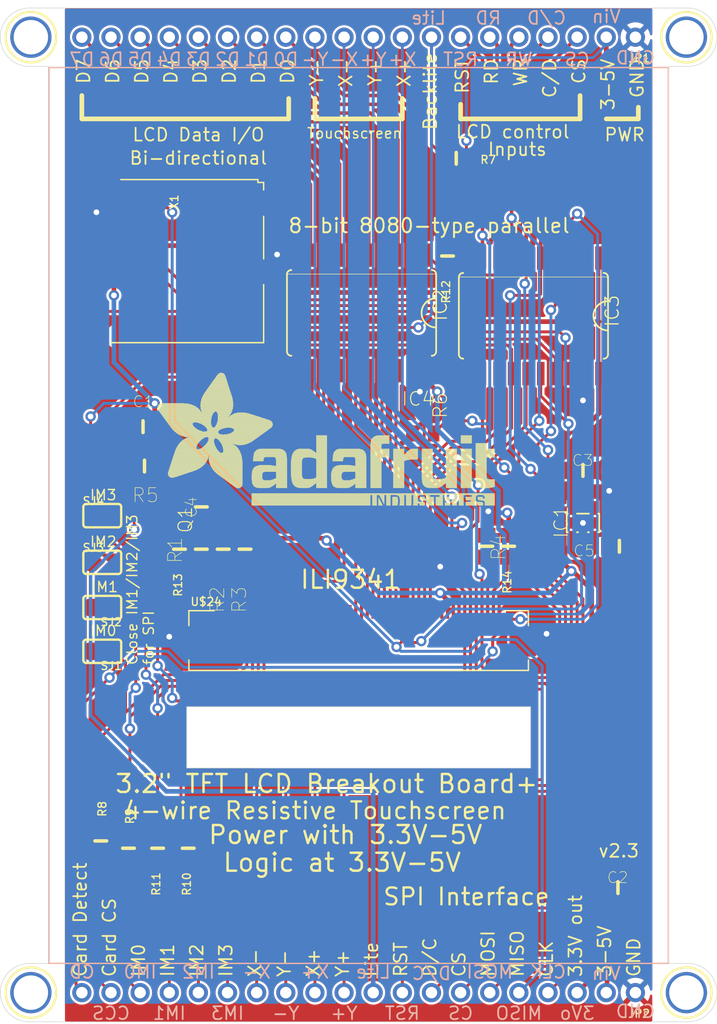
<source format=kicad_pcb>
(kicad_pcb (version 20221018) (generator pcbnew)
  (layers (0 "F.Cu" signal) (1 "In1.Cu" signal) (2 "In2.Cu" signal) (3 "In3.Cu" signal) (4 "In4.Cu" signal) (5 "In5.Cu" signal) (6 "In6.Cu" signal) (7 "In7.Cu" signal) (8 "In8.Cu" signal) (9 "In9.Cu" signal) (10 "In10.Cu" signal) (11 "In11.Cu" signal) (12 "In12.Cu" signal) (13 "In13.Cu" signal) (14 "In14.Cu" signal) (31 "B.Cu" signal) (34 "B.Paste" user) (35 "F.Paste" user) (36 "B.SilkS" user "B.Silkscreen") (37 "F.SilkS" user "F.Silkscreen") (38 "B.Mask" user) (39 "F.Mask" user) (44 "Edge.Cuts" user))
  (net 0 "")
  (net 1 "GND")
  (net 2 "LCD_RST")
  (net 3 "LCD_DATA7")
  (net 4 "LCD_DATA6")
  (net 5 "LCD_DATA5")
  (net 6 "LCD_DATA4")
  (net 7 "LCD_DATA3")
  (net 8 "LCD_DATA2")
  (net 9 "LCD_DATA1")
  (net 10 "LCD_DATA0")
  (net 11 "LCD_CS")
  (net 12 "LCD_WR")
  (net 13 "LCD_RD")
  (net 14 "LCD_RS")
  (net 15 "LCD_X+")
  (net 16 "LCD_Y+")
  (net 17 "LCD_X-")
  (net 18 "LCD_Y-")
  (net 19 "N$1")
  (net 20 "N$2")
  (net 21 "N$3")
  (net 22 "N$4")
  (net 23 "N$16")
  (net 24 "LCD_LITE")
  (net 25 "LCD_CS_5V")
  (net 26 "LCD_RS_5V")
  (net 27 "LCD_WR_5V")
  (net 28 "LCD_RD_5V")
  (net 29 "LCD_RST_5V")
  (net 30 "LCD_DATA0_5V")
  (net 31 "LCD_DATA1_5V")
  (net 32 "LCD_DATA2_5V")
  (net 33 "LCD_DATA3_5V")
  (net 34 "LCD_DATA4_5V")
  (net 35 "LCD_DATA5_5V")
  (net 36 "LCD_DATA6_5V")
  (net 37 "LCD_DATA7_5V")
  (net 38 "+5V")
  (net 39 "VCC")
  (net 40 "N$5")
  (net 41 "MOSI_3V")
  (net 42 "MISO")
  (net 43 "MOSI_5V")
  (net 44 "IM0")
  (net 45 "IM1")
  (net 46 "IM2")
  (net 47 "IM3")
  (net 48 "SD_CS_5V")
  (net 49 "SD_CS_3V")
  (net 50 "CARDDET")
  (net 51 "N$6")
  (net 52 "N$7")
  (footprint "working:SOLDERJUMPER_ARROW_NOPASTE" (layer "F.Cu") (at 126.1491 113.0681 180)
    (fp_text reference "SJ2")
    (fp_text value "")
  )
  (footprint "working:0805-NO" (layer "F.Cu") (at 133.6421 134.0231 -90)
    (fp_text reference "R10")
    (fp_text value "10K")
  )
  (footprint "working:0805-NO" (layer "F.Cu") (at 159.6771 107.7341 -90)
    (fp_text reference "R4")
    (fp_text value "10")
  )
  (footprint "working:0805-NO" (layer "F.Cu") (at 129.8321 100.7491)
    (fp_text reference "R5")
    (fp_text value "1K")
  )
  (footprint "working:SOLDERJUMPER_ARROW_NOPASTE" (layer "F.Cu") (at 126.1491 105.0671)
    (fp_text reference "SJ4")
    (fp_text value "")
  )
  (footprint "working:MICROSD" (layer "F.Cu") (at 140.1191 75.8571 -90)
    (fp_text reference "X1")
    (fp_text value "")
  )
  (footprint "working:0805-NO" (layer "F.Cu") (at 130.9751 134.0231 -90)
    (fp_text reference "R11")
    (fp_text value "10K")
  )
  (footprint "working:0805-NO" (layer "F.Cu") (at 171.1071 137.4521)
    (fp_text reference "C2")
    (fp_text value "10uF")
  )
  (footprint "working:1X20_ROUND" (layer "F.Cu") (at 148.5011 63.4111 180)
    (fp_text reference "JP1")
    (fp_text value "")
  )
  (footprint "working:SO20W" (layer "F.Cu") (at 148.7551 87.4141 180)
    (fp_text reference "IC2")
    (fp_text value "74LVC245")
  )
  (footprint "working:SO20W" (layer "F.Cu") (at 163.7411 87.6681 180)
    (fp_text reference "IC3")
    (fp_text value "74LVC245")
  )
  (footprint "working:0805-NO" (layer "F.Cu") (at 132.8801 107.9881 -90)
    (fp_text reference "R13")
    (fp_text value "10")
  )
  (footprint "working:SOLDERJUMPER_ARROW_NOPASTE" (layer "F.Cu") (at 126.1491 109.1311)
    (fp_text reference "SJ3")
    (fp_text value "")
  )
  (footprint "working:0805-NO" (layer "F.Cu") (at 168.0591 101.1301)
    (fp_text reference "C3")
    (fp_text value "10uF")
  )
  (footprint "working:SOT23-BEC" (layer "F.Cu") (at 131.2291 105.0671 180)
    (fp_text reference "Q1")
    (fp_text value "MMBT2222")
  )
  (footprint "working:0805-NO" (layer "F.Cu") (at 157.0101 73.9521)
    (fp_text reference "R7")
    (fp_text value "1K")
  )
  (footprint "working:0805-NO" (layer "F.Cu") (at 136.6901 107.9881 -90)
    (fp_text reference "R2")
    (fp_text value "10")
  )
  (footprint "working:SOT23-5L" (layer "F.Cu") (at 168.0591 105.7021)
    (fp_text reference "IC1")
    (fp_text value "APA2112-3.3")
  )
  (footprint "working:MOUNTINGHOLE_3.0_PLATEDTHIN" (layer "F.Cu") (at 119.9261 63.4111)
    (fp_text reference "U$16" hide)
    (fp_text value "MOUNTINGHOLE3.0THIN" hide)
  )
  (footprint "working:MOUNTINGHOLE_3.0_PLATEDTHIN" (layer "F.Cu") (at 177.0761 63.4111)
    (fp_text reference "U$17" hide)
    (fp_text value "MOUNTINGHOLE3.0THIN" hide)
  )
  (footprint "working:FIDUCIAL_1MM" (layer "F.Cu") (at 132.4991 113.8301)
    (fp_text reference "U$23" hide)
    (fp_text value "FIDUCIAL\"\"" hide)
  )
  (footprint "working:FIDUCIAL_1MM" (layer "F.Cu") (at 172.1231 121.4501)
    (fp_text reference "U$9" hide)
    (fp_text value "FIDUCIAL\"\"" hide)
  )
  (footprint "working:ADAFRUIT_TEXT_30MM" (layer "F.Cu") (at 130.7211 104.1781)
    (fp_text reference "U$19" hide)
    (fp_text value "" hide)
  )
  (footprint "working:0805-NO" (layer "F.Cu") (at 161.5821 107.7341 -90)
    (fp_text reference "R14")
    (fp_text value "10")
  )
  (footprint "working:SOT23" (layer "F.Cu") (at 154.0891 96.8121)
    (fp_text reference "IC4")
    (fp_text value "APX803-SAG")
  )
  (footprint "working:1X20_ROUND" (layer "F.Cu") (at 148.5011 146.5961 180)
    (fp_text reference "JP2")
    (fp_text value "")
  )
  (footprint "working:0805-NO" (layer "F.Cu") (at 134.7851 107.9881 -90)
    (fp_text reference "R1")
    (fp_text value "10")
  )
  (footprint "working:R0805" (layer "F.Cu") (at 156.8831 96.0501 90)
    (fp_text reference "R6")
    (fp_text value "10K")
  )
  (footprint "working:SOLDERJUMPER_ARROW_NOPASTE" (layer "F.Cu") (at 126.1491 116.8781 180)
    (fp_text reference "SJ1")
    (fp_text value "")
  )
  (footprint "working:0805-NO" (layer "F.Cu") (at 138.5951 107.9881 -90)
    (fp_text reference "R3")
    (fp_text value "10")
  )
  (footprint "working:MOUNTINGHOLE_3.0_PLATEDTHIN" (layer "F.Cu") (at 119.9261 146.5961)
    (fp_text reference "U$7" hide)
    (fp_text value "MOUNTINGHOLE3.0THIN" hide)
  )
  (footprint "working:MOUNTINGHOLE_3.0_PLATEDTHIN" (layer "F.Cu") (at 177.0761 146.5961)
    (fp_text reference "U$15" hide)
    (fp_text value "MOUNTINGHOLE3.0THIN" hide)
  )
  (footprint "working:0805-NO" (layer "F.Cu") (at 126.0221 133.3881 90)
    (fp_text reference "R8")
    (fp_text value "10K")
  )
  (footprint "working:0805-NO" (layer "F.Cu") (at 129.7051 97.3201 180)
    (fp_text reference "C1")
    (fp_text value "0.1uF")
  )
  (footprint "working:0805-NO" (layer "F.Cu") (at 134.7851 104.3051 90)
    (fp_text reference "C4")
    (fp_text value "0.1uF")
  )
  (footprint "working:FIDUCIAL_1MM" (layer "F.Cu") (at 126.1491 73.0631)
    (fp_text reference "U$11" hide)
    (fp_text value "FIDUCIAL\"\"" hide)
  )
  (footprint "working:0805-NO" (layer "F.Cu") (at 128.4351 134.0231 90)
    (fp_text reference "R9")
    (fp_text value "10K")
  )
  (footprint "working:0805-NO" (layer "F.Cu") (at 156.2481 82.4611 -90)
    (fp_text reference "R12")
    (fp_text value "10K")
  )
  (footprint "working:0805-NO" (layer "F.Cu") (at 171.2341 107.7341)
    (fp_text reference "C5")
    (fp_text value "10uF")
  )
  (footprint "working:TFT_3.2IN_240X320_50PIN" (layer "B.Cu") (at 148.5011 104.0511 180)
    (fp_text reference "U$24")
    (fp_text value "DISP_LCD_6LED_240X320_50PIN")
  )
  (gr_line (start 124.3711 70.5231) (end 142.4051 70.5231) (stroke (width 0.4064)) (layer "F.SilkS"))
  (gr_line (start 170.0911 70.5231) (end 172.8851 70.5231) (stroke (width 0.4064)) (layer "F.SilkS"))
  (gr_line (start 172.8851 70.5231) (end 172.8851 69.5071) (stroke (width 0.4064)) (layer "F.SilkS"))
  (gr_line (start 142.4051 70.5231) (end 142.4051 68.7451) (stroke (width 0.4064)) (layer "F.SilkS"))
  (gr_line (start 144.6911 68.7451) (end 144.6911 70.5231) (stroke (width 0.4064)) (layer "F.SilkS"))
  (gr_line (start 124.3711 68.4911) (end 124.3711 70.5231) (stroke (width 0.4064)) (layer "F.SilkS"))
  (gr_line (start 157.3911 70.5231) (end 167.8051 70.5231) (stroke (width 0.4064)) (layer "F.SilkS"))
  (gr_line (start 157.3911 69.2531) (end 157.3911 70.5231) (stroke (width 0.4064)) (layer "F.SilkS"))
  (gr_line (start 144.6911 70.5231) (end 152.3111 70.5231) (stroke (width 0.4064)) (layer "F.SilkS"))
  (gr_line (start 152.3111 70.5231) (end 152.3111 68.7451) (stroke (width 0.4064)) (layer "F.SilkS"))
  (gr_line (start 167.8051 70.5231) (end 167.8051 68.4911) (stroke (width 0.4064)) (layer "F.SilkS"))
  (gr_arc (start 117.2591 146.5961) (mid 118.003049 144.800049) (end 119.7991 144.0561) (stroke (width 0.05)) (layer "Edge.Cuts"))
  (gr_line (start 121.4501 65.9511) (end 121.4501 144.0561) (stroke (width 0.05)) (layer "Edge.Cuts"))
  (gr_line (start 163.4871 127.0381) (end 163.4871 121.7041) (stroke (width 0.05)) (layer "Edge.Cuts"))
  (gr_arc (start 177.2031 60.8711) (mid 178.999151 61.615049) (end 179.7431 63.4111) (stroke (width 0.05)) (layer "Edge.Cuts"))
  (gr_line (start 121.4501 144.0561) (end 119.7991 144.0561) (stroke (width 0.05)) (layer "Edge.Cuts"))
  (gr_arc (start 179.7431 63.4111) (mid 178.999151 65.207151) (end 177.2031 65.9511) (stroke (width 0.05)) (layer "Edge.Cuts"))
  (gr_line (start 133.5151 127.0381) (end 163.4871 127.0381) (stroke (width 0.05)) (layer "Edge.Cuts"))
  (gr_line (start 177.2031 60.8711) (end 119.7991 60.8711) (stroke (width 0.05)) (layer "Edge.Cuts"))
  (gr_arc (start 177.2031 144.0561) (mid 178.999151 144.800049) (end 179.7431 146.5961) (stroke (width 0.05)) (layer "Edge.Cuts"))
  (gr_line (start 175.5521 65.9511) (end 177.2031 65.9511) (stroke (width 0.05)) (layer "Edge.Cuts"))
  (gr_line (start 163.4871 121.7041) (end 133.5151 121.7041) (stroke (width 0.05)) (layer "Edge.Cuts"))
  (gr_arc (start 179.7431 146.5961) (mid 178.999151 148.392151) (end 177.2031 149.1361) (stroke (width 0.05)) (layer "Edge.Cuts"))
  (gr_line (start 133.5151 121.7041) (end 133.5151 127.0381) (stroke (width 0.05)) (layer "Edge.Cuts"))
  (gr_line (start 177.2031 144.0561) (end 175.5521 144.0561) (stroke (width 0.05)) (layer "Edge.Cuts"))
  (gr_line (start 119.7991 149.1361) (end 177.2031 149.1361) (stroke (width 0.05)) (layer "Edge.Cuts"))
  (gr_line (start 119.7991 65.9511) (end 121.4501 65.9511) (stroke (width 0.05)) (layer "Edge.Cuts"))
  (gr_arc (start 117.2591 63.4111) (mid 118.003049 61.615049) (end 119.7991 60.8711) (stroke (width 0.05)) (layer "Edge.Cuts"))
  (gr_line (start 175.5521 144.0561) (end 175.5521 65.9511) (stroke (width 0.05)) (layer "Edge.Cuts"))
  (gr_arc (start 119.7991 149.1361) (mid 118.003049 148.392151) (end 117.2591 146.5961) (stroke (width 0.05)) (layer "Edge.Cuts"))
  (gr_arc (start 119.7991 65.9511) (mid 118.003049 65.207151) (end 117.2591 63.4111) (stroke (width 0.05)) (layer "Edge.Cuts"))
  (gr_text "RST" (at 152.3111 147.7391) (layer "B.SilkS") (effects (font (size 1.1176 1.1176) (thickness 0.1524)) (justify top mirror)))
  (gr_text "D0" (at 142.1511 64.6811) (layer "B.SilkS") (effects (font (size 1.1176 1.1176) (thickness 0.1524)) (justify top mirror)))
  (gr_text "IM3" (at 137.0711 147.7391) (layer "B.SilkS") (effects (font (size 1.1176 1.1176) (thickness 0.1524)) (justify top mirror)))
  (gr_text "MOSI" (at 159.9311 145.4531) (layer "B.SilkS") (effects (font (size 1.1176 1.1176) (thickness 0.1524)) (justify bottom mirror)))
  (gr_text "Lite" (at 154.5971 62.3951) (layer "B.SilkS") (effects (font (size 1.1176 1.1176) (thickness 0.1524)) (justify bottom mirror)))
  (gr_text "D7" (at 124.3711 64.6811) (layer "B.SilkS") (effects (font (size 1.1176 1.1176) (thickness 0.1524)) (justify top mirror)))
  (gr_text "Vin" (at 170.0911 62.2681) (layer "B.SilkS") (effects (font (size 1.1176 1.1176) (thickness 0.1524)) (justify bottom mirror)))
  (gr_text "D3" (at 134.5311 64.6811) (layer "B.SilkS") (effects (font (size 1.1176 1.1176) (thickness 0.1524)) (justify top mirror)))
  (gr_text "CCS" (at 126.9111 147.7391) (layer "B.SilkS") (effects (font (size 1.1176 1.1176) (thickness 0.1524)) (justify top mirror)))
  (gr_text "D6" (at 126.9111 64.6811) (layer "B.SilkS") (effects (font (size 1.1176 1.1176) (thickness 0.1524)) (justify top mirror)))
  (gr_text "Y+" (at 147.2311 147.7391) (layer "B.SilkS") (effects (font (size 1.1176 1.1176) (thickness 0.1524)) (justify top mirror)))
  (gr_text "GND" (at 172.6311 148.8821) (layer "B.SilkS") (effects (font (size 1.1176 1.1176) (thickness 0.1524)) (justify bottom mirror)))
  (gr_text "IM1" (at 131.9911 147.7391) (layer "B.SilkS") (effects (font (size 1.1176 1.1176) (thickness 0.1524)) (justify top mirror)))
  (gr_text "X-" (at 139.6111 145.4531) (layer "B.SilkS") (effects (font (size 1.1176 1.1176) (thickness 0.1524)) (justify bottom mirror)))
  (gr_text "Y+" (at 149.7711 64.6811) (layer "B.SilkS") (effects (font (size 1.1176 1.1176) (thickness 0.1524)) (justify top mirror)))
  (gr_text "X+" (at 152.3111 64.6811) (layer "B.SilkS") (effects (font (size 1.1176 1.1176) (thickness 0.1524)) (justify top mirror)))
  (gr_text "CD" (at 124.3711 145.4531) (layer "B.SilkS") (effects (font (size 1.1176 1.1176) (thickness 0.1524)) (justify bottom mirror)))
  (gr_text "D1" (at 139.6111 64.6811) (layer "B.SilkS") (effects (font (size 1.1176 1.1176) (thickness 0.1524)) (justify top mirror)))
  (gr_text "D/C" (at 154.8511 145.5801) (layer "B.SilkS") (effects (font (size 1.1176 1.1176) (thickness 0.1524)) (justify bottom mirror)))
  (gr_text "X-" (at 147.2311 64.6811) (layer "B.SilkS") (effects (font (size 1.1176 1.1176) (thickness 0.1524)) (justify top mirror)))
  (gr_text "RD" (at 159.8041 62.3951) (layer "B.SilkS") (effects (font (size 1.1176 1.1176) (thickness 0.1524)) (justify bottom mirror)))
  (gr_text "D4" (at 131.9911 64.6811) (layer "B.SilkS") (effects (font (size 1.1176 1.1176) (thickness 0.1524)) (justify top mirror)))
  (gr_text "GND" (at 172.6311 64.5541) (layer "B.SilkS") (effects (font (size 1.1176 1.1176) (thickness 0.1524)) (justify top mirror)))
  (gr_text "WR" (at 162.4711 64.6811) (layer "B.SilkS") (effects (font (size 1.1176 1.1176) (thickness 0.1524)) (justify top mirror)))
  (gr_text "C/D" (at 164.8841 62.3951) (layer "B.SilkS") (effects (font (size 1.1176 1.1176) (thickness 0.1524)) (justify bottom mirror)))
  (gr_text "Lite" (at 149.7711 145.4531) (layer "B.SilkS") (effects (font (size 1.1176 1.1176) (thickness 0.1524)) (justify bottom mirror)))
  (gr_text "MISO" (at 162.4711 147.7391) (layer "B.SilkS") (effects (font (size 1.1176 1.1176) (thickness 0.1524)) (justify top mirror)))
  (gr_text "Vin" (at 170.0911 145.5801) (layer "B.SilkS") (effects (font (size 1.1176 1.1176) (thickness 0.1524)) (justify bottom mirror)))
  (gr_text "IM2" (at 134.5311 145.4531) (layer "B.SilkS") (effects (font (size 1.1176 1.1176) (thickness 0.1524)) (justify bottom mirror)))
  (gr_text "X+" (at 144.6911 145.4531) (layer "B.SilkS") (effects (font (size 1.1176 1.1176) (thickness 0.1524)) (justify bottom mirror)))
  (gr_text "3Vo" (at 167.5511 147.7391) (layer "B.SilkS") (effects (font (size 1.1176 1.1176) (thickness 0.1524)) (justify top mirror)))
  (gr_text "CLK" (at 165.0111 145.4531) (layer "B.SilkS") (effects (font (size 1.1176 1.1176) (thickness 0.1524)) (justify bottom mirror)))
  (gr_text "IM0" (at 129.4511 145.4531) (layer "B.SilkS") (effects (font (size 1.1176 1.1176) (thickness 0.1524)) (justify bottom mirror)))
  (gr_text "Y-" (at 142.1511 147.7391) (layer "B.SilkS") (effects (font (size 1.1176 1.1176) (thickness 0.1524)) (justify top mirror)))
  (gr_text "D2" (at 137.0711 64.6811) (layer "B.SilkS") (effects (font (size 1.1176 1.1176) (thickness 0.1524)) (justify top mirror)))
  (gr_text "RST" (at 157.3911 64.6811) (layer "B.SilkS") (effects (font (size 1.1176 1.1176) (thickness 0.1524)) (justify top mirror)))
  (gr_text "D5" (at 129.4511 64.6811) (layer "B.SilkS") (effects (font (size 1.1176 1.1176) (thickness 0.1524)) (justify top mirror)))
  (gr_text "CS" (at 157.3911 147.7391) (layer "B.SilkS") (effects (font (size 1.1176 1.1176) (thickness 0.1524)) (justify top mirror)))
  (gr_text "CS" (at 167.5511 64.6811) (layer "B.SilkS") (effects (font (size 1.1176 1.1176) (thickness 0.1524)) (justify top mirror)))
  (gr_text "Y-" (at 144.6911 64.6811) (layer "B.SilkS") (effects (font (size 1.1176 1.1176) (thickness 0.1524)) (justify top mirror)))
  (gr_text "D6" (at 126.4031 65.1891 90) (layer "F.SilkS") (effects (font (size 1.1176 1.1176) (thickness 0.1524)) (justify right top)))
  (gr_text "Lite" (at 150.2791 145.3261 90) (layer "F.SilkS") (effects (font (size 1.1176 1.1176) (thickness 0.1524)) (justify left bottom)))
  (gr_text "IM3" (at 137.5791 145.3261 90) (layer "F.SilkS") (effects (font (size 1.1176 1.1176) (thickness 0.1524)) (justify left bottom)))
  (gr_text "Y+" (at 149.2631 65.1891 90) (layer "F.SilkS") (effects (font (size 1.1176 1.1176) (thickness 0.1524)) (justify right top)))
  (gr_text "CLK" (at 165.5191 145.3261 90) (layer "F.SilkS") (effects (font (size 1.1176 1.1176) (thickness 0.1524)) (justify left bottom)))
  (gr_text "Inputs" (at 159.6771 73.8251) (layer "F.SilkS") (effects (font (size 1.1176 1.1176) (thickness 0.1524)) (justify left bottom)))
  (gr_text "IM1" (at 132.4991 145.3261 90) (layer "F.SilkS") (effects (font (size 1.1176 1.1176) (thickness 0.1524)) (justify left bottom)))
  (gr_text "CS" (at 157.8991 145.3261 90) (layer "F.SilkS") (effects (font (size 1.1176 1.1176) (thickness 0.1524)) (justify left bottom)))
  (gr_text "D5" (at 128.9431 65.1891 90) (layer "F.SilkS") (effects (font (size 1.1176 1.1176) (thickness 0.1524)) (justify right top)))
  (gr_text "Y-" (at 144.1831 65.1891 90) (layer "F.SilkS") (effects (font (size 1.1176 1.1176) (thickness 0.1524)) (justify right top)))
  (gr_text "LCD Data I/O" (at 128.6891 72.5551) (layer "F.SilkS") (effects (font (size 1.1176 1.1176) (thickness 0.1524)) (justify left bottom)))
  (gr_text "C/D" (at 164.5031 65.1891 90) (layer "F.SilkS") (effects (font (size 1.1176 1.1176) (thickness 0.1524)) (justify right top)))
  (gr_text "RST" (at 156.8831 65.1891 90) (layer "F.SilkS") (effects (font (size 1.1176 1.1176) (thickness 0.1524)) (justify right top)))
  (gr_text "D7" (at 123.8631 65.1891 90) (layer "F.SilkS") (effects (font (size 1.1176 1.1176) (thickness 0.1524)) (justify right top)))
  (gr_text "v2.3" (at 169.3291 134.9121) (layer "F.SilkS") (effects (font (size 1.1176 1.1176) (thickness 0.1524)) (justify left bottom)))
  (gr_text "IM0" (at 129.9591 145.3261 90) (layer "F.SilkS") (effects (font (size 1.1176 1.1176) (thickness 0.1524)) (justify left bottom)))
  (gr_text "D1" (at 139.1031 65.1891 90) (layer "F.SilkS") (effects (font (size 1.1176 1.1176) (thickness 0.1524)) (justify right top)))
  (gr_text "Logic at 3.3V-5V" (at 136.5631 136.1821) (layer "F.SilkS") (effects (font (size 1.56464 1.56464) (thickness 0.21336)) (justify left bottom)))
  (gr_text "GND" (at 172.1231 65.1891 90) (layer "F.SilkS") (effects (font (size 1.1176 1.1176) (thickness 0.1524)) (justify right top)))
  (gr_text "Close IM1/IM2/IM3\nfor SPI" (at 130.7211 118.1481 90) (layer "F.SilkS") (effects (font (size 0.89408 0.89408) (thickness 0.12192)) (justify left bottom)))
  (gr_text "IM2" (at 125.0061 107.8611) (layer "F.SilkS") (effects (font (size 0.89408 0.89408) (thickness 0.12192)) (justify left bottom)))
  (gr_text "ILI9341" (at 143.2941 111.5441) (layer "F.SilkS") (effects (font (size 1.56464 1.56464) (thickness 0.21336)) (justify left bottom)))
  (gr_text "3.2\" TFT LCD Breakout Board+" (at 127.1651 129.3241) (layer "F.SilkS") (effects (font (size 1.56464 1.56464) (thickness 0.21336)) (justify left bottom)))
  (gr_text "3.3V out" (at 168.0591 145.3261 90) (layer "F.SilkS") (effects (font (size 1.1176 1.1176) (thickness 0.1524)) (justify left bottom)))
  (gr_text "D3" (at 134.0231 65.1891 90) (layer "F.SilkS") (effects (font (size 1.1176 1.1176) (thickness 0.1524)) (justify right top)))
  (gr_text "PWR" (at 169.8371 72.5551) (layer "F.SilkS") (effects (font (size 1.1176 1.1176) (thickness 0.1524)) (justify left bottom)))
  (gr_text "WR" (at 161.9631 65.1891 90) (layer "F.SilkS") (effects (font (size 1.1176 1.1176) (thickness 0.1524)) (justify right top)))
  (gr_text "X-" (at 140.1191 145.3261 90) (layer "F.SilkS") (effects (font (size 1.1176 1.1176) (thickness 0.1524)) (justify left bottom)))
  (gr_text "X+" (at 145.1991 145.3261 90) (layer "F.SilkS") (effects (font (size 1.1176 1.1176) (thickness 0.1524)) (justify left bottom)))
  (gr_text "Y-" (at 142.6591 145.3261 90) (layer "F.SilkS") (effects (font (size 1.1176 1.1176) (thickness 0.1524)) (justify left bottom)))
  (gr_text "RST" (at 152.8191 145.3261 90) (layer "F.SilkS") (effects (font (size 1.1176 1.1176) (thickness 0.1524)) (justify left bottom)))
  (gr_text "D/C" (at 155.3591 145.3261 90) (layer "F.SilkS") (effects (font (size 1.1176 1.1176) (thickness 0.1524)) (justify left bottom)))
  (gr_text "3-5V" (at 170.5991 145.3261 90) (layer "F.SilkS") (effects (font (size 1.1176 1.1176) (thickness 0.1524)) (justify left bottom)))
  (gr_text "Bi-directional" (at 128.4351 74.5871) (layer "F.SilkS") (effects (font (size 1.1176 1.1176) (thickness 0.1524)) (justify left bottom)))
  (gr_text "D2" (at 136.5631 65.1891 90) (layer "F.SilkS") (effects (font (size 1.1176 1.1176) (thickness 0.1524)) (justify right top)))
  (gr_text "GND" (at 173.1391 145.3261 90) (layer "F.SilkS") (effects (font (size 1.1176 1.1176) (thickness 0.1524)) (justify left bottom)))
  (gr_text "RD" (at 159.4231 65.1891 90) (layer "F.SilkS") (effects (font (size 1.1176 1.1176) (thickness 0.1524)) (justify right top)))
  (gr_text "Card Detect" (at 124.8791 145.3261 90) (layer "F.SilkS") (effects (font (size 1.1176 1.1176) (thickness 0.1524)) (justify left bottom)))
  (gr_text "IM0" (at 125.0061 115.6081) (layer "F.SilkS") (effects (font (size 0.89408 0.89408) (thickness 0.12192)) (justify left bottom)))
  (gr_text "3-5V" (at 169.5831 65.1891 90) (layer "F.SilkS") (effects (font (size 1.1176 1.1176) (thickness 0.1524)) (justify right top)))
  (gr_text "IM1" (at 125.1331 111.7981) (layer "F.SilkS") (effects (font (size 0.89408 0.89408) (thickness 0.12192)) (justify left bottom)))
  (gr_text "8-bit 8080-type parallel" (at 142.2781 80.5561) (layer "F.SilkS") (effects (font (size 1.251712 1.251712) (thickness 0.170688)) (justify left bottom)))
  (gr_text "Power with 3.3V-5V" (at 135.2931 133.7691) (layer "F.SilkS") (effects (font (size 1.56464 1.56464) (thickness 0.21336)) (justify left bottom)))
  (gr_text "Y+" (at 147.7391 145.3261 90) (layer "F.SilkS") (effects (font (size 1.1176 1.1176) (thickness 0.1524)) (justify left bottom)))
  (gr_text "D0" (at 141.6431 65.1891 90) (layer "F.SilkS") (effects (font (size 1.1176 1.1176) (thickness 0.1524)) (justify right top)))
  (gr_text "X+" (at 151.8031 65.1891 90) (layer "F.SilkS") (effects (font (size 1.1176 1.1176) (thickness 0.1524)) (justify right top)))
  (gr_text "Touchscreen" (at 143.9291 72.3011) (layer "F.SilkS") (effects (font (size 0.89408 0.89408) (thickness 0.12192)) (justify left bottom)))
  (gr_text "Backlite" (at 154.0891 64.6811 90) (layer "F.SilkS") (effects (font (size 1.1176 1.1176) (thickness 0.1524)) (justify right top)))
  (gr_text "SPI Interface" (at 157.8991 139.1031) (layer "F.SilkS") (effects (font (size 1.475232 1.475232) (thickness 0.201168)) (justify bottom)))
  (gr_text "IM2" (at 135.0391 145.3261 90) (layer "F.SilkS") (effects (font (size 1.1176 1.1176) (thickness 0.1524)) (justify left bottom)))
  (gr_text "IM3" (at 125.0061 103.7971) (layer "F.SilkS") (effects (font (size 0.89408 0.89408) (thickness 0.12192)) (justify left bottom)))
  (gr_text "Card CS" (at 127.4191 145.3261 90) (layer "F.SilkS") (effects (font (size 1.1176 1.1176) (thickness 0.1524)) (justify left bottom)))
  (gr_text "MISO" (at 162.9791 145.3261 90) (layer "F.SilkS") (effects (font (size 1.1176 1.1176) (thickness 0.1524)) (justify left bottom)))
  (gr_text "CS" (at 167.0431 65.1891 90) (layer "F.SilkS") (effects (font (size 1.1176 1.1176) (thickness 0.1524)) (justify right top)))
  (gr_text "X-" (at 146.7231 65.1891 90) (layer "F.SilkS") (effects (font (size 1.1176 1.1176) (thickness 0.1524)) (justify right top)))
  (gr_text "LCD control" (at 156.8831 72.3011) (layer "F.SilkS") (effects (font (size 1.1176 1.1176) (thickness 0.1524)) (justify left bottom)))
  (gr_text "D4" (at 131.4831 65.1891 90) (layer "F.SilkS") (effects (font (size 1.1176 1.1176) (thickness 0.1524)) (justify right top)))
  (gr_text "4-wire Resistive Touchscreen" (at 127.9271 131.6101) (layer "F.SilkS") (effects (font (size 1.475232 1.475232) (thickness 0.201168)) (justify left bottom)))
  (gr_text "MOSI" (at 160.4391 145.3261 90) (layer "F.SilkS") (effects (font (size 1.1176 1.1176) (thickness 0.1524)) (justify left bottom)))
  (segment (start 157.2511 112.0391) (end 155.7401 110.5281) (width 0.254) (layer "F.Cu") (net 1))
  (segment (start 155.7401 110.5281) (end 155.7401 109.6391) (width 0.254) (layer "F.Cu") (net 1))
  (segment (start 155.7401 109.6391) (end 155.6131 109.5121) (width 0.254) (layer "F.Cu") (net 1))
  (segment (start 157.2511 113.4411) (end 157.2511 112.0391) (width 0.254) (layer "F.Cu") (net 1))
  (via (at 141.3891 82.3341) (size 0.9064) (drill 0.5) (layers "F.Cu" "B.Cu") (net 1))
  (via (at 131.9911 115.6081) (size 0.9064) (drill 0.5) (layers "F.Cu" "B.Cu") (net 1))
  (via (at 153.8351 94.2721) (size 0.9064) (drill 0.5) (layers "F.Cu" "B.Cu") (net 1))
  (via (at 170.3451 102.9081) (size 0.9064) (drill 0.5) (layers "F.Cu" "B.Cu") (net 1))
  (via (at 168.0591 105.7021) (size 0.9064) (drill 0.5) (layers "F.Cu" "B.Cu") (net 1))
  (via (at 155.6131 109.5121) (size 0.9064) (drill 0.5) (layers "F.Cu" "B.Cu") (net 1))
  (via (at 125.6411 78.6511) (size 0.9064) (drill 0.5) (layers "F.Cu" "B.Cu") (net 1))
  (via (at 159.8041 104.6861) (size 0.9064) (drill 0.5) (layers "F.Cu" "B.Cu") (net 1))
  (via (at 164.8841 115.3541) (size 0.9064) (drill 0.5) (layers "F.Cu" "B.Cu") (net 1))
  (via (at 168.0591 95.0341) (size 0.9064) (drill 0.5) (layers "F.Cu" "B.Cu") (net 1))
  (segment (start 155.5369 90.2081) (end 158.0261 92.6973) (width 0.254) (layer "F.Cu") (net 2))
  (segment (start 141.6431 96.8121) (end 141.6431 91.4781) (width 0.254) (layer "F.Cu") (net 2))
  (segment (start 140.7511 110.7821) (end 147.2311 110.7821) (width 0.254) (layer "F.Cu") (net 2))
  (segment (start 141.6431 91.4781) (end 142.9131 90.2081) (width 0.254) (layer "F.Cu") (net 2))
  (segment (start 140.7511 110.7821) (end 140.7511 113.4411) (width 0.254) (layer "F.Cu") (net 2))
  (segment (start 142.9131 90.2081) (end 155.5369 90.2081) (width 0.254) (layer "F.Cu") (net 2))
  (segment (start 147.2311 110.7821) (end 147.2311 102.4001) (width 0.254) (layer "F.Cu") (net 2))
  (segment (start 147.2311 102.4001) (end 141.6431 96.8121) (width 0.254) (layer "F.Cu") (net 2))
  (segment (start 148.2511 101.8961) (end 148.2511 113.4411) (width 0.254) (layer "F.Cu") (net 3))
  (segment (start 143.0401 96.6851) (end 143.0401 92.4433) (width 0.254) (layer "F.Cu") (net 3))
  (segment (start 148.2511 101.8961) (end 143.0401 96.6851) (width 0.254) (layer "F.Cu") (net 3))
  (segment (start 144.4371 97.3201) (end 144.4371 92.5703) (width 0.254) (layer "F.Cu") (net 4))
  (segment (start 148.7511 101.6341) (end 144.4371 97.3201) (width 0.254) (layer "F.Cu") (net 4))
  (segment (start 148.7511 101.6341) (end 148.7511 113.4411) (width 0.254) (layer "F.Cu") (net 4))
  (segment (start 144.4371 92.5703) (end 144.3101 92.4433) (width 0.254) (layer "F.Cu") (net 4))
  (segment (start 149.2511 101.1181) (end 149.2511 113.4411) (width 0.254) (layer "F.Cu") (net 5))
  (segment (start 149.2511 101.1181) (end 145.4531 97.3201) (width 0.254) (layer "F.Cu") (net 5))
  (segment (start 145.4531 92.5703) (end 145.5801 92.4433) (width 0.254) (layer "F.Cu") (net 5))
  (segment (start 145.4531 97.3201) (end 145.4531 92.5703) (width 0.254) (layer "F.Cu") (net 5))
  (segment (start 149.7511 100.6021) (end 146.7231 97.5741) (width 0.254) (layer "F.Cu") (net 6))
  (segment (start 149.7511 100.6021) (end 149.7511 113.4411) (width 0.254) (layer "F.Cu") (net 6))
  (segment (start 146.7231 97.5741) (end 146.7231 92.5703) (width 0.254) (layer "F.Cu") (net 6))
  (segment (start 146.7231 92.5703) (end 146.8501 92.4433) (width 0.254) (layer "F.Cu") (net 6))
  (segment (start 150.2511 99.3241) (end 148.2471 97.3201) (width 0.254) (layer "F.Cu") (net 7))
  (segment (start 150.2511 99.3241) (end 150.2511 113.4411) (width 0.254) (layer "F.Cu") (net 7))
  (segment (start 148.2471 97.3201) (end 148.2471 92.5703) (width 0.254) (layer "F.Cu") (net 7))
  (segment (start 148.2471 92.5703) (end 148.1201 92.4433) (width 0.254) (layer "F.Cu") (net 7))
  (segment (start 150.7511 98.8081) (end 150.7511 113.4411) (width 0.254) (layer "F.Cu") (net 8))
  (segment (start 149.5171 97.5741) (end 149.5171 92.5703) (width 0.254) (layer "F.Cu") (net 8))
  (segment (start 149.5171 92.5703) (end 149.3901 92.4433) (width 0.254) (layer "F.Cu") (net 8))
  (segment (start 150.7511 98.8081) (end 149.5171 97.5741) (width 0.254) (layer "F.Cu") (net 8))
  (segment (start 150.5331 97.5741) (end 150.5331 92.5703) (width 0.254) (layer "F.Cu") (net 9))
  (segment (start 151.2511 98.2921) (end 150.5331 97.5741) (width 0.254) (layer "F.Cu") (net 9))
  (segment (start 151.2511 98.2921) (end 151.2511 113.4411) (width 0.254) (layer "F.Cu") (net 9))
  (segment (start 150.5331 92.5703) (end 150.6601 92.4433) (width 0.254) (layer "F.Cu") (net 9))
  (segment (start 151.7511 92.6223) (end 151.7511 113.4411) (width 0.254) (layer "F.Cu") (net 10))
  (segment (start 151.7511 92.6223) (end 151.9301 92.4433) (width 0.254) (layer "F.Cu") (net 10))
  (segment (start 154.7511 102.5001) (end 154.7511 113.4411) (width 0.254) (layer "F.Cu") (net 11))
  (segment (start 159.9311 100.3681) (end 163.1061 97.1931) (width 0.254) (layer "F.Cu") (net 11))
  (segment (start 163.2331 92.8243) (end 163.1061 92.6973) (width 0.254) (layer "F.Cu") (net 11))
  (segment (start 156.8831 100.3681) (end 159.9311 100.3681) (width 0.254) (layer "F.Cu") (net 11))
  (segment (start 154.7511 102.5001) (end 156.8831 100.3681) (width 0.254) (layer "F.Cu") (net 11))
  (segment (start 163.1061 97.1931) (end 163.1061 92.6973) (width 0.254) (layer "F.Cu") (net 11))
  (segment (start 153.7511 101.9761) (end 153.7511 113.4411) (width 0.254) (layer "F.Cu") (net 12))
  (segment (start 159.1691 99.0981) (end 160.5661 97.7011) (width 0.254) (layer "F.Cu") (net 12))
  (segment (start 160.5661 97.7011) (end 160.5661 92.6973) (width 0.254) (layer "F.Cu") (net 12))
  (segment (start 160.6931 92.8243) (end 160.5661 92.6973) (width 0.254) (layer "F.Cu") (net 12))
  (segment (start 153.7511 101.9761) (end 156.6291 99.0981) (width 0.254) (layer "F.Cu") (net 12))
  (segment (start 156.6291 99.0981) (end 159.1691 99.0981) (width 0.254) (layer "F.Cu") (net 12))
  (segment (start 153.2511 101.7141) (end 153.2511 113.4411) (width 0.254) (layer "F.Cu") (net 13))
  (segment (start 153.2511 101.7141) (end 156.3751 98.5901) (width 0.254) (layer "F.Cu") (net 13))
  (segment (start 158.6611 98.5901) (end 159.2961 97.9551) (width 0.254) (layer "F.Cu") (net 13))
  (segment (start 156.3751 98.5901) (end 158.6611 98.5901) (width 0.254) (layer "F.Cu") (net 13))
  (segment (start 159.2961 97.9551) (end 159.2961 92.6973) (width 0.254) (layer "F.Cu") (net 13))
  (segment (start 159.1691 92.8243) (end 159.2961 92.6973) (width 0.254) (layer "F.Cu") (net 13))
  (segment (start 161.4551 90.2081) (end 161.8361 90.5891) (width 0.254) (layer "F.Cu") (net 14))
  (segment (start 161.7091 92.8243) (end 161.8361 92.6973) (width 0.254) (layer "F.Cu") (net 14))
  (segment (start 159.6771 99.6061) (end 161.8361 97.4471) (width 0.254) (layer "F.Cu") (net 14))
  (segment (start 125.7681 81.4451) (end 126.7841 80.4291) (width 0.254) (layer "F.Cu") (net 14))
  (segment (start 154.2511 102.2381) (end 154.2511 113.4411) (width 0.254) (layer "F.Cu") (net 14))
  (segment (start 126.2761 87.2871) (end 154.8511 87.2871) (width 0.254) (layer "F.Cu") (net 14))
  (segment (start 129.4511 80.4291) (end 129.4791 80.4571) (width 0.254) (layer "F.Cu") (net 14))
  (segment (start 154.8511 87.2871) (end 157.7721 90.2081) (width 0.254) (layer "F.Cu") (net 14))
  (segment (start 161.8361 97.4471) (end 161.8361 92.6973) (width 0.254) (layer "F.Cu") (net 14))
  (segment (start 157.7721 90.2081) (end 161.4551 90.2081) (width 0.254) (layer "F.Cu") (net 14))
  (segment (start 161.8361 90.5891) (end 161.8361 92.6973) (width 0.254) (layer "F.Cu") (net 14))
  (segment (start 156.8831 99.6061) (end 159.6771 99.6061) (width 0.254) (layer "F.Cu") (net 14))
  (segment (start 125.7681 86.7791) (end 125.7681 81.4451) (width 0.254) (layer "F.Cu") (net 14))
  (segment (start 125.7681 86.7791) (end 126.2761 87.2871) (width 0.254) (layer "F.Cu") (net 14))
  (segment (start 126.7841 80.4291) (end 129.4511 80.4291) (width 0.254) (layer "F.Cu") (net 14))
  (segment (start 154.2511 102.2381) (end 156.8831 99.6061) (width 0.254) (layer "F.Cu") (net 14))
  (segment (start 164.7571 119.6721) (end 159.6771 119.6721) (width 0.254) (layer "F.Cu") (net 15))
  (segment (start 157.6451 110.1471) (end 158.7511 111.2531) (width 0.254) (layer "F.Cu") (net 15))
  (segment (start 158.9151 105.5751) (end 158.9151 102.4001) (width 0.254) (layer "F.Cu") (net 15))
  (segment (start 144.6911 128.5621) (end 165.0111 128.5621) (width 0.254) (layer "F.Cu") (net 15))
  (segment (start 144.6911 146.5961) (end 144.6911 128.5621) (width 0.254) (layer "F.Cu") (net 15))
  (segment (start 158.7511 118.7461) (end 158.7511 113.4411) (width 0.254) (layer "F.Cu") (net 15))
  (segment (start 157.6451 106.8451) (end 158.9151 105.5751) (width 0.254) (layer "F.Cu") (net 15))
  (segment (start 165.0111 128.5621) (end 165.0111 119.9261) (width 0.254) (layer "F.Cu") (net 15))
  (segment (start 157.6451 106.8451) (end 157.6451 110.1471) (width 0.254) (layer "F.Cu") (net 15))
  (segment (start 165.0111 119.9261) (end 164.7571 119.6721) (width 0.254) (layer "F.Cu") (net 15))
  (segment (start 159.6771 119.6721) (end 158.7511 118.7461) (width 0.254) (layer "F.Cu") (net 15))
  (segment (start 158.7511 111.2531) (end 158.7511 113.4411) (width 0.254) (layer "F.Cu") (net 15))
  (via (at 158.9151 102.4001) (size 0.9064) (drill 0.5) (layers "F.Cu" "B.Cu") (net 15))
  (segment (start 152.3111 95.7961) (end 152.3111 63.4111) (width 0.254) (layer "B.Cu") (net 15))
  (segment (start 158.9151 102.4001) (end 152.3111 95.7961) (width 0.254) (layer "B.Cu") (net 15))
  (segment (start 165.5191 119.6721) (end 165.5191 129.0701) (width 0.254) (layer "F.Cu") (net 16))
  (segment (start 159.2511 110.3191) (end 159.2141 110.3191) (width 0.254) (layer "F.Cu") (net 16))
  (segment (start 147.2311 129.0701) (end 147.2311 146.5961) (width 0.254) (layer "F.Cu") (net 16))
  (segment (start 159.2511 110.3191) (end 159.2511 113.4411) (width 0.254) (layer "F.Cu") (net 16))
  (segment (start 159.2511 118.2301) (end 159.2511 113.4411) (width 0.254) (layer "F.Cu") (net 16))
  (segment (start 159.2511 118.2301) (end 160.1851 119.1641) (width 0.254) (layer "F.Cu") (net 16))
  (segment (start 165.0111 119.1641) (end 165.5191 119.6721) (width 0.254) (layer "F.Cu") (net 16))
  (segment (start 160.1851 119.1641) (end 165.0111 119.1641) (width 0.254) (layer "F.Cu") (net 16))
  (segment (start 159.2141 110.3191) (end 159.0421 110.1471) (width 0.254) (layer "F.Cu") (net 16))
  (segment (start 165.5191 129.0701) (end 147.2311 129.0701) (width 0.254) (layer "F.Cu") (net 16))
  (via (at 159.0421 110.1471) (size 0.9064) (drill 0.5) (layers "F.Cu" "B.Cu") (net 16))
  (segment (start 149.7711 94.7801) (end 149.7711 63.4111) (width 0.254) (layer "B.Cu") (net 16))
  (segment (start 158.7881 109.8931) (end 159.0421 110.1471) (width 0.254) (layer "B.Cu") (net 16))
  (segment (start 158.7881 109.8931) (end 158.7881 104.4321) (width 0.254) (layer "B.Cu") (net 16))
  (segment (start 157.6451 102.6541) (end 149.7711 94.7801) (width 0.254) (layer "B.Cu") (net 16))
  (segment (start 157.6451 103.2891) (end 157.6451 102.6541) (width 0.254) (layer "B.Cu") (net 16))
  (segment (start 158.7881 104.4321) (end 157.6451 103.2891) (width 0.254) (layer "B.Cu") (net 16))
  (segment (start 163.9951 127.5461) (end 163.9951 120.8151) (width 0.254) (layer "F.Cu") (net 17))
  (segment (start 139.6111 146.5961) (end 139.6111 127.5461) (width 0.254) (layer "F.Cu") (net 17))
  (segment (start 157.7511 111.6921) (end 157.7511 113.4411) (width 0.254) (layer "F.Cu") (net 17))
  (segment (start 157.7511 120.8151) (end 157.7511 113.4411) (width 0.254) (layer "F.Cu") (net 17))
  (segment (start 163.9951 120.8151) (end 157.7511 120.8151) (width 0.254) (layer "F.Cu") (net 17))
  (segment (start 139.6111 127.5461) (end 163.9951 127.5461) (width 0.254) (layer "F.Cu") (net 17))
  (segment (start 156.6291 110.5701) (end 156.6291 103.4161) (width 0.254) (layer "F.Cu") (net 17))
  (segment (start 157.7511 111.6921) (end 156.6291 110.5701) (width 0.254) (layer "F.Cu") (net 17))
  (via (at 156.6291 103.4161) (size 0.9064) (drill 0.5) (layers "F.Cu" "B.Cu") (net 17))
  (segment (start 147.2311 94.0181) (end 147.2311 63.4111) (width 0.254) (layer "B.Cu") (net 17))
  (segment (start 156.6291 103.4161) (end 147.2311 94.0181) (width 0.254) (layer "B.Cu") (net 17))
  (segment (start 142.1511 128.0541) (end 142.1511 146.5961) (width 0.254) (layer "F.Cu") (net 18))
  (segment (start 158.2511 120.1801) (end 164.5031 120.1801) (width 0.254) (layer "F.Cu") (net 18))
  (segment (start 164.5031 120.1801) (end 164.5031 128.0541) (width 0.254) (layer "F.Cu") (net 18))
  (segment (start 158.2511 111.5151) (end 158.2511 113.4411) (width 0.254) (layer "F.Cu") (net 18))
  (segment (start 158.2511 111.5151) (end 157.1371 110.4011) (width 0.254) (layer "F.Cu") (net 18))
  (segment (start 157.1371 110.4011) (end 157.1371 106.0831) (width 0.254) (layer "F.Cu") (net 18))
  (segment (start 164.5031 128.0541) (end 142.1511 128.0541) (width 0.254) (layer "F.Cu") (net 18))
  (segment (start 157.1371 106.0831) (end 157.5181 105.7021) (width 0.254) (layer "F.Cu") (net 18))
  (segment (start 158.2511 120.1801) (end 158.2511 113.4411) (width 0.254) (layer "F.Cu") (net 18))
  (via (at 157.5181 105.7021) (size 0.9064) (drill 0.5) (layers "F.Cu" "B.Cu") (net 18))
  (segment (start 156.3751 105.7021) (end 144.6911 94.0181) (width 0.254) (layer "B.Cu") (net 18))
  (segment (start 157.5181 105.7021) (end 156.3751 105.7021) (width 0.254) (layer "B.Cu") (net 18))
  (segment (start 144.6911 94.0181) (end 144.6911 63.4111) (width 0.254) (layer "B.Cu") (net 18))
  (segment (start 159.7511 113.4411) (end 159.7511 111.0891) (width 0.254) (layer "F.Cu") (net 19))
  (segment (start 159.7511 111.0891) (end 159.9311 110.9091) (width 0.254) (layer "F.Cu") (net 19))
  (segment (start 159.9311 108.9381) (end 159.6771 108.6841) (width 0.254) (layer "F.Cu") (net 19))
  (segment (start 159.9311 110.9091) (end 159.9311 108.9381) (width 0.254) (layer "F.Cu") (net 19))
  (segment (start 135.0391 109.1921) (end 134.7851 108.9381) (width 0.254) (layer "F.Cu") (net 20))
  (segment (start 137.2511 111.4701) (end 135.0391 109.2581) (width 0.254) (layer "F.Cu") (net 20))
  (segment (start 135.0391 109.2581) (end 135.0391 109.1921) (width 0.254) (layer "F.Cu") (net 20))
  (segment (start 137.2511 111.4701) (end 137.2511 113.4411) (width 0.254) (layer "F.Cu") (net 20))
  (segment (start 137.2511 109.4991) (end 137.2511 110.3271) (width 0.254) (layer "F.Cu") (net 21))
  (segment (start 137.2511 109.4991) (end 136.6901 108.9381) (width 0.254) (layer "F.Cu") (net 21))
  (segment (start 137.2511 110.3271) (end 137.7511 110.8271) (width 0.254) (layer "F.Cu") (net 21))
  (segment (start 137.7511 110.8271) (end 137.7511 113.4411) (width 0.254) (layer "F.Cu") (net 21))
  (segment (start 138.2511 109.2821) (end 138.5951 108.9381) (width 0.254) (layer "F.Cu") (net 22))
  (segment (start 138.2511 113.4411) (end 138.2511 109.2821) (width 0.254) (layer "F.Cu") (net 22))
  (segment (start 132.1791 102.1461) (end 132.1791 103.9671) (width 0.254) (layer "F.Cu") (net 23))
  (segment (start 130.7821 100.7491) (end 132.1791 102.1461) (width 0.254) (layer "F.Cu") (net 23))
  (segment (start 126.9111 98.7781) (end 126.9111 96.0501) (width 0.254) (layer "F.Cu") (net 24))
  (segment (start 129.9591 93.0021) (end 138.4681 93.0021) (width 0.254) (layer "F.Cu") (net 24))
  (segment (start 138.4681 93.0021) (end 142.7861 88.6841) (width 0.254) (layer "F.Cu") (net 24))
  (segment (start 128.8821 100.7491) (end 128.9431 100.8101) (width 0.254) (layer "F.Cu") (net 24))
  (segment (start 154.8511 72.7431) (end 154.8511 63.4111) (width 0.254) (layer "F.Cu") (net 24))
  (segment (start 142.7861 88.6841) (end 153.7081 88.6841) (width 0.254) (layer "F.Cu") (net 24))
  (segment (start 156.0601 73.9521) (end 154.8511 72.7431) (width 0.254) (layer "F.Cu") (net 24))
  (segment (start 128.8821 100.7491) (end 126.9111 98.7781) (width 0.254) (layer "F.Cu") (net 24))
  (segment (start 126.9111 96.0501) (end 129.9591 93.0021) (width 0.254) (layer "F.Cu") (net 24))
  (segment (start 128.9431 100.8101) (end 128.9431 106.2761) (width 0.254) (layer "F.Cu") (net 24))
  (via (at 153.7081 88.6841) (size 0.9064) (drill 0.5) (layers "F.Cu" "B.Cu") (net 24))
  (via (at 128.9431 106.2761) (size 0.9064) (drill 0.5) (layers "F.Cu" "B.Cu") (net 24))
  (segment (start 149.7711 146.5961) (end 149.7711 129.0701) (width 0.4064) (layer "B.Cu") (net 24))
  (segment (start 149.7711 129.0701) (end 131.7371 129.0701) (width 0.4064) (layer "B.Cu") (net 24))
  (segment (start 125.1331 122.4661) (end 125.1331 110.0861) (width 0.3048) (layer "B.Cu") (net 24))
  (segment (start 129.5781 126.9111) (end 125.1331 122.4661) (width 0.3048) (layer "B.Cu") (net 24))
  (segment (start 128.9431 106.2761) (end 127.5461 107.6731) (width 0.254) (layer "B.Cu") (net 24))
  (segment (start 125.1331 110.0861) (end 127.5461 107.6731) (width 0.3048) (layer "B.Cu") (net 24))
  (segment (start 154.8511 87.5411) (end 154.8511 63.4111) (width 0.254) (layer "B.Cu") (net 24))
  (segment (start 131.7371 129.0701) (end 129.5781 126.9111) (width 0.4064) (layer "B.Cu") (net 24))
  (segment (start 153.7081 88.6841) (end 154.8511 87.5411) (width 0.254) (layer "B.Cu") (net 24))
  (segment (start 167.5511 63.4111) (end 164.3761 66.5861) (width 0.3048) (layer "F.Cu") (net 25))
  (segment (start 167.0431 112.8141) (end 163.9951 109.7661) (width 0.254) (layer "F.Cu") (net 25))
  (segment (start 157.3911 146.5961) (end 159.6771 144.3101) (width 0.254) (layer "F.Cu") (net 25))
  (segment (start 164.2491 85.8901) (end 164.3761 85.7631) (width 0.254) (layer "F.Cu") (net 25))
  (segment (start 167.0431 142.7861) (end 167.0431 112.8141) (width 0.254) (layer "F.Cu") (net 25))
  (segment (start 163.9951 101.5111) (end 163.4871 101.0031) (width 0.254) (layer "F.Cu") (net 25))
  (segment (start 164.3761 66.5861) (end 164.3761 82.6389) (width 0.3048) (layer "F.Cu") (net 25))
  (segment (start 164.3761 85.7631) (end 164.3761 82.6389) (width 0.254) (layer "F.Cu") (net 25))
  (segment (start 159.6771 144.3101) (end 165.5191 144.3101) (width 0.254) (layer "F.Cu") (net 25))
  (segment (start 163.9951 109.7661) (end 163.9951 101.5111) (width 0.254) (layer "F.Cu") (net 25))
  (segment (start 161.7091 85.8901) (end 164.2491 85.8901) (width 0.254) (layer "F.Cu") (net 25))
  (segment (start 165.5191 144.3101) (end 167.0431 142.7861) (width 0.254) (layer "F.Cu") (net 25))
  (via (at 161.7091 85.8901) (size 0.9064) (drill 0.5) (layers "F.Cu" "B.Cu") (net 25))
  (via (at 163.4871 101.0031) (size 0.9064) (drill 0.5) (layers "F.Cu" "B.Cu") (net 25))
  (segment (start 163.4871 101.0031) (end 161.7091 99.2251) (width 0.254) (layer "B.Cu") (net 25))
  (segment (start 161.7091 99.2251) (end 161.7091 85.8901) (width 0.254) (layer "B.Cu") (net 25))
  (segment (start 168.0591 143.5481) (end 165.0111 146.5961) (width 0.254) (layer "F.Cu") (net 26))
  (segment (start 168.0591 112.3061) (end 165.0111 109.2581) (width 0.254) (layer "F.Cu") (net 26))
  (segment (start 163.1061 65.3161) (end 163.1061 82.6389) (width 0.3048) (layer "F.Cu") (net 26))
  (segment (start 165.0111 109.2581) (end 165.0111 99.3521) (width 0.254) (layer "F.Cu") (net 26))
  (segment (start 165.0111 63.4111) (end 163.1061 65.3161) (width 0.3048) (layer "F.Cu") (net 26))
  (segment (start 168.0591 143.5481) (end 168.0591 112.3061) (width 0.254) (layer "F.Cu") (net 26))
  (segment (start 162.9791 84.8741) (end 163.1061 84.7471) (width 0.254) (layer "F.Cu") (net 26))
  (segment (start 163.1061 84.7471) (end 163.1061 82.6389) (width 0.254) (layer "F.Cu") (net 26))
  (via (at 165.0111 99.3521) (size 0.9064) (drill 0.5) (layers "F.Cu" "B.Cu") (net 26))
  (via (at 162.9791 84.8741) (size 0.9064) (drill 0.5) (layers "F.Cu" "B.Cu") (net 26))
  (segment (start 162.9791 97.3201) (end 162.9791 84.8741) (width 0.254) (layer "B.Cu") (net 26))
  (segment (start 165.0111 99.3521) (end 162.9791 97.3201) (width 0.254) (layer "B.Cu") (net 26))
  (segment (start 166.5351 142.2781) (end 166.5351 113.0681) (width 0.254) (layer "F.Cu") (net 27))
  (segment (start 161.8361 64.0461) (end 161.8361 79.1591) (width 0.3048) (layer "F.Cu") (net 27))
  (segment (start 162.4711 101.2571) (end 162.4711 98.5901) (width 0.254) (layer "F.Cu") (net 27))
  (segment (start 154.8511 146.5961) (end 157.6451 143.8021) (width 0.254) (layer "F.Cu") (net 27))
  (segment (start 166.5351 113.0681) (end 163.4871 110.0201) (width 0.254) (layer "F.Cu") (net 27))
  (segment (start 161.8361 79.1591) (end 161.8361 82.6389) (width 0.3048) (layer "F.Cu") (net 27))
  (segment (start 162.4711 63.4111) (end 161.8361 64.0461) (width 0.3048) (layer "F.Cu") (net 27))
  (segment (start 162.4711 98.5901) (end 164.2491 96.8121) (width 0.254) (layer "F.Cu") (net 27))
  (segment (start 161.9631 82.7659) (end 161.8361 82.6389) (width 0.254) (layer "F.Cu") (net 27))
  (segment (start 163.4871 110.0201) (end 163.4871 102.2731) (width 0.254) (layer "F.Cu") (net 27))
  (segment (start 163.4871 102.2731) (end 162.4711 101.2571) (width 0.254) (layer "F.Cu") (net 27))
  (segment (start 157.6451 143.8021) (end 165.0111 143.8021) (width 0.254) (layer "F.Cu") (net 27))
  (segment (start 165.0111 143.8021) (end 166.5351 142.2781) (width 0.254) (layer "F.Cu") (net 27))
  (via (at 164.2491 96.8121) (size 0.9064) (drill 0.5) (layers "F.Cu" "B.Cu") (net 27))
  (via (at 161.8361 79.1591) (size 0.9064) (drill 0.5) (layers "F.Cu" "B.Cu") (net 27))
  (segment (start 164.2491 81.5721) (end 161.8361 79.1591) (width 0.254) (layer "B.Cu") (net 27))
  (segment (start 164.2491 96.8121) (end 164.2491 81.5721) (width 0.254) (layer "B.Cu") (net 27))
  (segment (start 159.9311 63.4111) (end 160.5661 64.0461) (width 0.3048) (layer "F.Cu") (net 28))
  (segment (start 156.2481 83.4111) (end 156.2481 84.1121) (width 0.254) (layer "F.Cu") (net 28))
  (segment (start 160.6931 82.7659) (end 160.5661 82.6389) (width 0.254) (layer "F.Cu") (net 28))
  (segment (start 160.5661 64.0461) (end 160.5661 82.6389) (width 0.3048) (layer "F.Cu") (net 28))
  (segment (start 160.6931 84.1121) (end 160.6931 82.7659) (width 0.254) (layer "F.Cu") (net 28))
  (segment (start 156.2481 84.1121) (end 160.6931 84.1121) (width 0.254) (layer "F.Cu") (net 28))
  (segment (start 154.4701 82.3849) (end 155.4963 83.4111) (width 0.254) (layer "F.Cu") (net 28))
  (segment (start 156.2481 83.0961) (end 156.1211 83.2231) (width 0.254) (layer "F.Cu") (net 28))
  (segment (start 155.4963 83.4111) (end 156.2481 83.4111) (width 0.254) (layer "F.Cu") (net 28))
  (segment (start 156.2481 83.4111) (end 156.2481 83.0961) (width 0.254) (layer "F.Cu") (net 28))
  (segment (start 165.7731 139.2301) (end 166.0271 138.9761) (width 0.254) (layer "F.Cu") (net 29))
  (segment (start 159.2961 65.3161) (end 159.2961 82.6389) (width 0.3048) (layer "F.Cu") (net 29))
  (segment (start 166.0271 113.4491) (end 162.8521 110.2741) (width 0.254) (layer "F.Cu") (net 29))
  (segment (start 155.9511 97.0001) (end 156.8831 97.0001) (width 0.254) (layer "F.Cu") (net 29))
  (segment (start 158.4071 96.8121) (end 157.0711 96.8121) (width 0.254) (layer "F.Cu") (net 29))
  (segment (start 152.3111 146.5961) (end 152.3111 144.5641) (width 0.254) (layer "F.Cu") (net 29))
  (segment (start 157.6451 139.2301) (end 165.7731 139.2301) (width 0.254) (layer "F.Cu") (net 29))
  (segment (start 157.3911 63.4111) (end 159.2961 65.3161) (width 0.3048) (layer "F.Cu") (net 29))
  (segment (start 157.0711 96.8121) (end 156.8831 97.0001) (width 0.254) (layer "F.Cu") (net 29))
  (segment (start 155.0391 97.9121) (end 155.9511 97.0001) (width 0.254) (layer "F.Cu") (net 29))
  (segment (start 166.0271 138.9761) (end 166.0271 113.4491) (width 0.254) (layer "F.Cu") (net 29))
  (segment (start 159.2961 80.6831) (end 159.2961 82.6389) (width 0.254) (layer "F.Cu") (net 29))
  (segment (start 152.3111 144.5641) (end 157.6451 139.2301) (width 0.254) (layer "F.Cu") (net 29))
  (segment (start 162.8521 102.5271) (end 161.2011 100.8761) (width 0.254) (layer "F.Cu") (net 29))
  (segment (start 162.8521 110.2741) (end 162.8521 102.5271) (width 0.254) (layer "F.Cu") (net 29))
  (via (at 159.2961 80.6831) (size 0.9064) (drill 0.5) (layers "F.Cu" "B.Cu") (net 29))
  (via (at 158.4071 96.8121) (size 0.9064) (drill 0.5) (layers "F.Cu" "B.Cu") (net 29))
  (via (at 161.2011 100.8761) (size 0.9064) (drill 0.5) (layers "F.Cu" "B.Cu") (net 29))
  (segment (start 161.2011 100.8761) (end 159.9311 99.6061) (width 0.254) (layer "B.Cu") (net 29))
  (segment (start 159.9311 97.0661) (end 159.9311 81.3181) (width 0.254) (layer "B.Cu") (net 29))
  (segment (start 158.6611 97.0661) (end 159.9311 97.0661) (width 0.254) (layer "B.Cu") (net 29))
  (segment (start 158.4071 96.8121) (end 158.6611 97.0661) (width 0.254) (layer "B.Cu") (net 29))
  (segment (start 159.9311 81.3181) (end 159.2961 80.6831) (width 0.254) (layer "B.Cu") (net 29))
  (segment (start 159.9311 99.6061) (end 159.9311 97.0661) (width 0.254) (layer "B.Cu") (net 29))
  (segment (start 151.8031 68.4911) (end 153.2001 69.8881) (width 0.3048) (layer "F.Cu") (net 30))
  (segment (start 142.1511 63.4111) (end 147.2311 68.4911) (width 0.3048) (layer "F.Cu") (net 30))
  (segment (start 147.2311 68.4911) (end 151.8031 68.4911) (width 0.3048) (layer "F.Cu") (net 30))
  (segment (start 153.2001 69.8881) (end 153.2001 82.3849) (width 0.3048) (layer "F.Cu") (net 30))
  (segment (start 145.4531 69.2531) (end 150.7871 69.2531) (width 0.3048) (layer "F.Cu") (net 31))
  (segment (start 151.9301 70.3961) (end 151.9301 82.3849) (width 0.3048) (layer "F.Cu") (net 31))
  (segment (start 150.7871 69.2531) (end 151.9301 70.3961) (width 0.3048) (layer "F.Cu") (net 31))
  (segment (start 139.6111 63.4111) (end 145.4531 69.2531) (width 0.3048) (layer "F.Cu") (net 31))
  (segment (start 143.6751 70.0151) (end 149.5171 70.0151) (width 0.3048) (layer "F.Cu") (net 32))
  (segment (start 150.6601 71.1581) (end 150.6601 82.3849) (width 0.3048) (layer "F.Cu") (net 32))
  (segment (start 137.0711 63.4111) (end 143.6751 70.0151) (width 0.3048) (layer "F.Cu") (net 32))
  (segment (start 149.5171 70.0151) (end 150.6601 71.1581) (width 0.3048) (layer "F.Cu") (net 32))
  (segment (start 141.8971 70.7771) (end 148.2471 70.7771) (width 0.3048) (layer "F.Cu") (net 33))
  (segment (start 148.2471 70.7771) (end 149.3901 71.9201) (width 0.3048) (layer "F.Cu") (net 33))
  (segment (start 149.3901 71.9201) (end 149.3901 82.3849) (width 0.3048) (layer "F.Cu") (net 33))
  (segment (start 134.5311 63.4111) (end 141.8971 70.7771) (width 0.3048) (layer "F.Cu") (net 33))
  (segment (start 140.1191 71.5391) (end 146.4691 71.5391) (width 0.3048) (layer "F.Cu") (net 34))
  (segment (start 148.1201 73.1901) (end 148.1201 82.3849) (width 0.3048) (layer "F.Cu") (net 34))
  (segment (start 131.9911 63.4111) (end 140.1191 71.5391) (width 0.3048) (layer "F.Cu") (net 34))
  (segment (start 146.4691 71.5391) (end 148.1201 73.1901) (width 0.3048) (layer "F.Cu") (net 34))
  (segment (start 146.8501 74.4601) (end 146.8501 82.3849) (width 0.3048) (layer "F.Cu") (net 35))
  (segment (start 144.6911 72.3011) (end 146.8501 74.4601) (width 0.3048) (layer "F.Cu") (net 35))
  (segment (start 138.3411 72.3011) (end 144.6911 72.3011) (width 0.3048) (layer "F.Cu") (net 35))
  (segment (start 129.4511 63.4111) (end 138.3411 72.3011) (width 0.3048) (layer "F.Cu") (net 35))
  (segment (start 142.9131 73.0631) (end 145.5801 75.7301) (width 0.3048) (layer "F.Cu") (net 36))
  (segment (start 145.5801 75.7301) (end 145.5801 82.3849) (width 0.3048) (layer "F.Cu") (net 36))
  (segment (start 136.5631 73.0631) (end 142.9131 73.0631) (width 0.3048) (layer "F.Cu") (net 36))
  (segment (start 126.9111 63.4111) (end 136.5631 73.0631) (width 0.3048) (layer "F.Cu") (net 36))
  (segment (start 144.3101 76.2381) (end 144.3101 82.3849) (width 0.3048) (layer "F.Cu") (net 37))
  (segment (start 134.7851 73.8251) (end 141.8971 73.8251) (width 0.3048) (layer "F.Cu") (net 37))
  (segment (start 124.3711 63.4111) (end 134.7851 73.8251) (width 0.3048) (layer "F.Cu") (net 37))
  (segment (start 141.8971 73.8251) (end 144.3101 76.2381) (width 0.3048) (layer "F.Cu") (net 37))
  (segment (start 157.9601 73.9521) (end 157.8991 73.8911) (width 0.254) (layer "F.Cu") (net 38))
  (segment (start 170.1571 146.5301) (end 170.0911 146.5961) (width 0.4064) (layer "F.Cu") (net 38))
  (segment (start 170.1571 137.4521) (end 170.1571 146.5301) (width 0.4064) (layer "F.Cu") (net 38))
  (segment (start 172.1231 105.1941) (end 170.5991 106.7181) (width 0.4064) (layer "F.Cu") (net 38))
  (segment (start 170.0911 137.3861) (end 170.1571 137.4521) (width 0.4064) (layer "F.Cu") (net 38))
  (segment (start 170.0911 107.9271) (end 170.2841 107.7341) (width 0.4064) (layer "F.Cu") (net 38))
  (segment (start 169.2931 106.7181) (end 169.0091 107.0021) (width 0.4064) (layer "F.Cu") (net 38))
  (segment (start 170.0911 146.5961) (end 170.1071 146.5801) (width 0.4064) (layer "F.Cu") (net 38))
  (segment (start 170.0911 107.9271) (end 170.0911 137.3861) (width 0.4064) (layer "F.Cu") (net 38))
  (segment (start 157.8991 73.8911) (end 157.8991 72.4281) (width 0.254) (layer "F.Cu") (net 38))
  (segment (start 172.1231 76.6191) (end 172.1231 105.1941) (width 0.4064) (layer "F.Cu") (net 38))
  (segment (start 170.2841 106.7841) (end 170.2181 106.7181) (width 0.4064) (layer "F.Cu") (net 38))
  (segment (start 170.5991 106.7181) (end 170.2181 106.7181) (width 0.4064) (layer "F.Cu") (net 38))
  (segment (start 170.2841 107.7341) (end 170.2841 106.7841) (width 0.4064) (layer "F.Cu") (net 38))
  (segment (start 168.8211 108.4961) (end 169.0091 108.3081) (width 0.4064) (layer "F.Cu") (net 38))
  (segment (start 170.0911 63.4111) (end 170.0911 74.5871) (width 0.4064) (layer "F.Cu") (net 38))
  (segment (start 167.1091 108.4961) (end 168.8211 108.4961) (width 0.4064) (layer "F.Cu") (net 38))
  (segment (start 167.1091 107.0021) (end 167.1091 108.4961) (width 0.4064) (layer "F.Cu") (net 38))
  (segment (start 170.2181 106.7181) (end 169.2931 106.7181) (width 0.4064) (layer "F.Cu") (net 38))
  (segment (start 170.0911 74.5871) (end 172.1231 76.6191) (width 0.4064) (layer "F.Cu") (net 38))
  (segment (start 169.0091 108.3081) (end 169.0091 107.0021) (width 0.4064) (layer "F.Cu") (net 38))
  (via (at 157.8991 72.4281) (size 0.9064) (drill 0.5) (layers "F.Cu" "B.Cu") (net 38))
  (segment (start 157.8991 65.9511) (end 158.6611 65.1891) (width 0.254) (layer "B.Cu") (net 38))
  (segment (start 158.6611 65.1891) (end 168.9481 65.1891) (width 0.254) (layer "B.Cu") (net 38))
  (segment (start 170.0911 64.0461) (end 170.0911 63.4111) (width 0.254) (layer "B.Cu") (net 38))
  (segment (start 157.8991 72.4281) (end 157.8991 65.9511) (width 0.254) (layer "B.Cu") (net 38))
  (segment (start 168.9481 65.1891) (end 170.0911 64.0461) (width 0.254) (layer "B.Cu") (net 38))
  (segment (start 156.7511 113.1951) (end 156.2481 113.1951) (width 0.254) (layer "F.Cu") (net 39))
  (segment (start 169.4561 96.1771) (end 169.4561 92.6973) (width 0.4064) (layer "F.Cu") (net 39))
  (segment (start 127.1651 82.4611) (end 128.0541 81.5721) (width 0.4064) (layer "F.Cu") (net 39))
  (segment (start 167.0591 98.5741) (end 169.4561 96.1771) (width 0.4064) (layer "F.Cu") (net 39))
  (segment (start 125.1331 105.0671) (end 125.1331 96.4311) (width 0.254) (layer "F.Cu") (net 39))
  (segment (start 156.1871 95.1001) (end 155.3591 94.2721) (width 0.254) (layer "F.Cu") (net 39))
  (segment (start 154.4701 92.4433) (end 154.4701 93.3831) (width 0.4064) (layer "F.Cu") (net 39))
  (segment (start 169.4561 88.1761) (end 169.4561 82.6389) (width 0.254) (layer "F.Cu") (net 39))
  (segment (start 155.6131 111.7981) (end 156.2511 112.4361) (width 0.4064) (layer "F.Cu") (net 39))
  (segment (start 156.2511 113.1981) (end 156.2511 113.4411) (width 0.254) (layer "F.Cu") (net 39))
  (segment (start 165.7731 108.6231) (end 167.0431 109.8931) (width 0.4064) (layer "F.Cu") (net 39))
  (segment (start 130.7211 97.2541) (end 130.6551 97.3201) (width 0.4064) (layer "F.Cu") (net 39))
  (segment (start 136.6901 107.0381) (end 138.5951 107.0381) (width 0.4064) (layer "F.Cu") (net 39))
  (segment (start 167.0431 104.4681) (end 167.1091 104.4021) (width 0.4064) (layer "F.Cu") (net 39))
  (segment (start 154.0891 95.7121) (end 155.3591 94.4421) (width 0.254) (layer "F.Cu") (net 39))
  (segment (start 138.5951 107.0381) (end 145.5191 107.0381) (width 0.4064) (layer "F.Cu") (net 39))
  (segment (start 165.7731 108.6231) (end 165.7731 104.4681) (width 0.4064) (layer "F.Cu") (net 39))
  (segment (start 167.5511 146.5961) (end 168.8211 145.3261) (width 0.4064) (layer "F.Cu") (net 39))
  (segment (start 156.2481 113.1951) (end 156.2511 113.1981) (width 0.254) (layer "F.Cu") (net 39))
  (segment (start 127.1651 85.8901) (end 127.2771 86.0021) (width 0.4064) (layer "F.Cu") (net 39))
  (segment (start 125.1331 113.5761) (end 125.1331 113.0681) (width 0.254) (layer "F.Cu") (net 39))
  (segment (start 125.1331 113.0681) (end 125.1331 116.8781) (width 0.254) (layer "F.Cu") (net 39))
  (segment (start 156.2481 112.4361) (end 156.2511 112.4361) (width 0.254) (layer "F.Cu") (net 39))
  (segment (start 130.7211 95.2881) (end 130.7211 97.2541) (width 0.4064) (layer "F.Cu") (net 39))
  (segment (start 145.5191 107.0381) (end 145.7071 107.2261) (width 0.4064) (layer "F.Cu") (net 39))
  (segment (start 168.8211 111.5441) (end 167.0591 109.7821) (width 0.4064) (layer "F.Cu") (net 39))
  (segment (start 155.7511 113.4411) (end 155.7511 113.1951) (width 0.254) (layer "F.Cu") (net 39))
  (segment (start 167.0591 109.7821) (end 167.0591 109.8931) (width 0.4064) (layer "F.Cu") (net 39))
  (segment (start 156.1211 85.6361) (end 137.7061 85.6361) (width 0.4064) (layer "F.Cu") (net 39))
  (segment (start 167.0431 109.8931) (end 167.0591 109.8931) (width 0.4064) (layer "F.Cu") (net 39))
  (segment (start 167.1091 104.4021) (end 167.1091 101.1301) (width 0.4064) (layer "F.Cu") (net 39))
  (segment (start 156.7511 113.4411) (end 156.7511 113.1951) (width 0.254) (layer "F.Cu") (net 39))
  (segment (start 134.7851 105.2551) (end 134.7851 107.0381) (width 0.4064) (layer "F.Cu") (net 39))
  (segment (start 161.5821 104.9401) (end 161.4551 104.8131) (width 0.4064) (layer "F.Cu") (net 39))
  (segment (start 156.2481 113.1951) (end 156.2481 112.4361) (width 0.254) (layer "F.Cu") (net 39))
  (segment (start 155.3591 94.4421) (end 155.3591 94.2721) (width 0.254) (layer "F.Cu") (net 39))
  (segment (start 158.6611 88.1761) (end 169.4561 88.1761) (width 0.4064) (layer "F.Cu") (net 39))
  (segment (start 155.7511 113.1951) (end 156.2481 113.1951) (width 0.254) (layer "F.Cu") (net 39))
  (segment (start 125.1331 105.0671) (end 125.1331 109.1311) (width 0.254) (layer "F.Cu") (net 39))
  (segment (start 161.5821 106.7841) (end 159.6771 106.7841) (width 0.4064) (layer "F.Cu") (net 39))
  (segment (start 156.8831 95.1001) (end 156.1871 95.1001) (width 0.254) (layer "F.Cu") (net 39))
  (segment (start 156.1211 85.6361) (end 158.6611 88.1761) (width 0.4064) (layer "F.Cu") (net 39))
  (segment (start 167.0591 98.5741) (end 167.0591 101.0801) (width 0.4064) (layer "F.Cu") (net 39))
  (segment (start 165.7731 104.4681) (end 167.0431 104.4681) (width 0.4064) (layer "F.Cu") (net 39))
  (segment (start 169.4561 92.6973) (end 169.4561 88.1761) (width 0.254) (layer "F.Cu") (net 39))
  (segment (start 168.8211 145.3261) (end 168.8211 111.5441) (width 0.4064) (layer "F.Cu") (net 39))
  (segment (start 137.7061 85.6361) (end 133.6271 81.5571) (width 0.4064) (layer "F.Cu") (net 39))
  (segment (start 167.0591 101.0801) (end 167.1091 101.1301) (width 0.4064) (layer "F.Cu") (net 39))
  (segment (start 128.0541 81.5721) (end 129.0641 81.5721) (width 0.4064) (layer "F.Cu") (net 39))
  (segment (start 132.8801 107.0381) (end 134.7851 107.0381) (width 0.4064) (layer "F.Cu") (net 39))
  (segment (start 133.6271 81.5571) (end 129.0791 81.5571) (width 0.4064) (layer "F.Cu") (net 39))
  (segment (start 161.5821 106.7841) (end 161.5821 104.9401) (width 0.4064) (layer "F.Cu") (net 39))
  (segment (start 127.1651 85.8901) (end 127.1651 82.4611) (width 0.4064) (layer "F.Cu") (net 39))
  (segment (start 134.7851 107.0381) (end 136.6901 107.0381) (width 0.4064) (layer "F.Cu") (net 39))
  (segment (start 125.1331 109.1311) (end 125.1331 113.0681) (width 0.254) (layer "F.Cu") (net 39))
  (segment (start 154.4701 93.3831) (end 155.3591 94.2721) (width 0.4064) (layer "F.Cu") (net 39))
  (segment (start 129.0641 81.5721) (end 129.0791 81.5571) (width 0.4064) (layer "F.Cu") (net 39))
  (via (at 127.1651 85.8901) (size 0.9064) (drill 0.5) (layers "F.Cu" "B.Cu") (net 39))
  (via (at 125.1331 96.4311) (size 0.9064) (drill 0.5) (layers "F.Cu" "B.Cu") (net 39))
  (via (at 161.4551 104.8131) (size 0.9064) (drill 0.5) (layers "F.Cu" "B.Cu") (net 39))
  (via (at 167.0431 109.8931) (size 0.9064) (drill 0.5) (layers "F.Cu" "B.Cu") (net 39))
  (via (at 155.3591 94.2721) (size 0.9064) (drill 0.5) (layers "F.Cu" "B.Cu") (net 39))
  (via (at 130.7211 95.2881) (size 0.9064) (drill 0.5) (layers "F.Cu" "B.Cu") (net 39))
  (via (at 145.7071 107.2261) (size 0.9064) (drill 0.5) (layers "F.Cu" "B.Cu") (net 39))
  (via (at 155.6131 111.7981) (size 0.9064) (drill 0.5) (layers "F.Cu" "B.Cu") (net 39))
  (segment (start 125.1331 96.4311) (end 126.2761 95.2881) (width 0.254) (layer "B.Cu") (net 39))
  (segment (start 161.2011 111.7981) (end 165.1381 111.7981) (width 0.4064) (layer "B.Cu") (net 39))
  (segment (start 126.2761 95.2881) (end 130.7211 95.2881) (width 0.254) (layer "B.Cu") (net 39))
  (segment (start 155.3591 94.2721) (end 155.3591 97.5741) (width 0.4064) (layer "B.Cu") (net 39))
  (segment (start 160.6931 104.8131) (end 160.6931 106.2101) (width 0.4064) (layer "B.Cu") (net 39))
  (segment (start 145.7071 107.2261) (end 150.2791 111.7981) (width 0.4064) (layer "B.Cu") (net 39))
  (segment (start 160.6931 106.2101) (end 161.2011 106.7181) (width 0.4064) (layer "B.Cu") (net 39))
  (segment (start 130.7211 95.2881) (end 127.1651 91.7321) (width 0.4064) (layer "B.Cu") (net 39))
  (segment (start 127.1651 91.7321) (end 127.1651 85.8901) (width 0.4064) (layer "B.Cu") (net 39))
  (segment (start 155.3591 97.5741) (end 160.6931 102.9081) (width 0.4064) (layer "B.Cu") (net 39))
  (segment (start 165.1381 111.7981) (end 167.0431 109.8931) (width 0.4064) (layer "B.Cu") (net 39))
  (segment (start 160.6931 102.9081) (end 160.6931 104.8131) (width 0.4064) (layer "B.Cu") (net 39))
  (segment (start 150.2791 111.7981) (end 155.6131 111.7981) (width 0.4064) (layer "B.Cu") (net 39))
  (segment (start 155.6131 111.7981) (end 161.2011 111.7981) (width 0.4064) (layer "B.Cu") (net 39))
  (segment (start 161.4551 104.8131) (end 160.6931 104.8131) (width 0.4064) (layer "B.Cu") (net 39))
  (segment (start 161.2011 106.7181) (end 161.2011 111.7981) (width 0.4064) (layer "B.Cu") (net 39))
  (segment (start 135.1581 113.4411) (end 136.2511 113.4411) (width 0.254) (layer "F.Cu") (net 40))
  (segment (start 131.2291 109.5121) (end 135.1581 113.4411) (width 0.254) (layer "F.Cu") (net 40))
  (segment (start 131.2291 109.5121) (end 131.2291 106.1671) (width 0.254) (layer "F.Cu") (net 40))
  (segment (start 166.0271 89.0651) (end 166.5351 89.5731) (width 0.254) (layer "F.Cu") (net 41))
  (segment (start 152.7511 113.4411) (end 152.7511 115.7941) (width 0.254) (layer "F.Cu") (net 41))
  (segment (start 153.8351 116.1161) (end 153.9621 115.9891) (width 0.254) (layer "F.Cu") (net 41))
  (segment (start 153.0731 116.1161) (end 153.8351 116.1161) (width 0.254) (layer "F.Cu") (net 41))
  (segment (start 134.5311 86.2711) (end 130.9171 82.6571) (width 0.254) (layer "F.Cu") (net 41))
  (segment (start 164.3761 92.6973) (end 164.3761 94.6531) (width 0.254) (layer "F.Cu") (net 41))
  (segment (start 164.3761 94.6531) (end 166.7891 97.0661) (width 0.254) (layer "F.Cu") (net 41))
  (segment (start 134.5311 86.2711) (end 155.8671 86.2711) (width 0.254) (layer "F.Cu") (net 41))
  (segment (start 155.8671 86.2711) (end 158.6611 89.0651) (width 0.254) (layer "F.Cu") (net 41))
  (segment (start 152.7511 115.7941) (end 153.0731 116.1161) (width 0.254) (layer "F.Cu") (net 41))
  (segment (start 158.6611 89.0651) (end 166.0271 89.0651) (width 0.254) (layer "F.Cu") (net 41))
  (segment (start 130.9171 82.6571) (end 129.4791 82.6571) (width 0.254) (layer "F.Cu") (net 41))
  (via (at 166.7891 97.0661) (size 0.9064) (drill 0.5) (layers "F.Cu" "B.Cu") (net 41))
  (via (at 166.5351 89.5731) (size 0.9064) (drill 0.5) (layers "F.Cu" "B.Cu") (net 41))
  (via (at 153.9621 115.9891) (size 0.9064) (drill 0.5) (layers "F.Cu" "B.Cu") (net 41))
  (segment (start 167.9321 112.6871) (end 167.4241 113.1951) (width 0.254) (layer "B.Cu") (net 41))
  (segment (start 156.7561 113.1951) (end 153.9621 115.9891) (width 0.254) (layer "B.Cu") (net 41))
  (segment (start 166.7891 108.2421) (end 167.9321 109.3851) (width 0.254) (layer "B.Cu") (net 41))
  (segment (start 167.4241 113.1951) (end 156.7561 113.1951) (width 0.254) (layer "B.Cu") (net 41))
  (segment (start 166.5351 96.8121) (end 166.7891 97.0661) (width 0.254) (layer "B.Cu") (net 41))
  (segment (start 166.7891 97.0661) (end 166.7891 108.2421) (width 0.254) (layer "B.Cu") (net 41))
  (segment (start 167.9321 109.3851) (end 167.9321 112.6871) (width 0.254) (layer "B.Cu") (net 41))
  (segment (start 166.5351 89.5731) (end 166.5351 96.8121) (width 0.254) (layer "B.Cu") (net 41))
  (segment (start 152.2511 113.4411) (end 152.2511 116.0491) (width 0.254) (layer "F.Cu") (net 42))
  (segment (start 152.2511 116.0491) (end 151.8031 116.4971) (width 0.254) (layer "F.Cu") (net 42))
  (segment (start 132.2451 78.6511) (end 131.8511 78.2571) (width 0.254) (layer "F.Cu") (net 42))
  (segment (start 131.8511 78.2571) (end 129.4791 78.2571) (width 0.254) (layer "F.Cu") (net 42))
  (via (at 132.2451 78.6511) (size 0.9064) (drill 0.5) (layers "F.Cu" "B.Cu") (net 42))
  (via (at 151.8031 116.4971) (size 0.9064) (drill 0.5) (layers "F.Cu" "B.Cu") (net 42))
  (segment (start 158.1531 116.8781) (end 152.1841 116.8781) (width 0.254) (layer "B.Cu") (net 42))
  (segment (start 132.2451 96.9391) (end 132.2451 78.6511) (width 0.254) (layer "B.Cu") (net 42))
  (segment (start 162.2171 115.8621) (end 159.1691 115.8621) (width 0.254) (layer "B.Cu") (net 42))
  (segment (start 151.8031 116.4971) (end 132.2451 96.9391) (width 0.254) (layer "B.Cu") (net 42))
  (segment (start 152.1841 116.8781) (end 151.8031 116.4971) (width 0.254) (layer "B.Cu") (net 42))
  (segment (start 162.4711 146.5961) (end 164.5031 144.5641) (width 0.254) (layer "B.Cu") (net 42))
  (segment (start 159.1691 115.8621) (end 158.1531 116.8781) (width 0.254) (layer "B.Cu") (net 42))
  (segment (start 164.5031 144.5641) (end 164.5031 118.1481) (width 0.254) (layer "B.Cu") (net 42))
  (segment (start 164.5031 118.1481) (end 162.2171 115.8621) (width 0.254) (layer "B.Cu") (net 42))
  (segment (start 165.6461 82.6389) (end 165.6461 86.7791) (width 0.254) (layer "F.Cu") (net 43))
  (segment (start 167.5511 143.0401) (end 167.5511 112.5601) (width 0.254) (layer "F.Cu") (net 43))
  (segment (start 159.9311 146.5961) (end 161.7091 144.8181) (width 0.254) (layer "F.Cu") (net 43))
  (segment (start 164.1221 100.1141) (end 164.1221 98.8441) (width 0.254) (layer "F.Cu") (net 43))
  (segment (start 164.1221 98.8441) (end 165.2651 97.7011) (width 0.254) (layer "F.Cu") (net 43))
  (segment (start 161.7091 144.8181) (end 165.7731 144.8181) (width 0.254) (layer "F.Cu") (net 43))
  (segment (start 167.5511 112.5601) (end 164.5031 109.5121) (width 0.254) (layer "F.Cu") (net 43))
  (segment (start 164.5031 109.5121) (end 164.5031 100.4951) (width 0.254) (layer "F.Cu") (net 43))
  (segment (start 164.5031 100.4951) (end 164.1221 100.1141) (width 0.254) (layer "F.Cu") (net 43))
  (segment (start 165.6461 86.7791) (end 165.2651 87.1601) (width 0.254) (layer "F.Cu") (net 43))
  (segment (start 165.7731 144.8181) (end 167.5511 143.0401) (width 0.254) (layer "F.Cu") (net 43))
  (via (at 165.2651 87.1601) (size 0.9064) (drill 0.5) (layers "F.Cu" "B.Cu") (net 43))
  (via (at 165.2651 97.7011) (size 0.9064) (drill 0.5) (layers "F.Cu" "B.Cu") (net 43))
  (segment (start 165.2651 97.7011) (end 165.2651 87.1601) (width 0.254) (layer "B.Cu") (net 43))
  (segment (start 137.9891 118.9101) (end 138.7511 118.1481) (width 0.254) (layer "F.Cu") (net 44))
  (segment (start 138.7511 118.1481) (end 138.7511 113.4411) (width 0.254) (layer "F.Cu") (net 44))
  (segment (start 127.2261 132.9411) (end 126.7231 132.4381) (width 0.254) (layer "F.Cu") (net 44))
  (segment (start 129.4511 146.5961) (end 127.2261 144.3711) (width 0.254) (layer "F.Cu") (net 44))
  (segment (start 128.1811 122.2121) (end 131.4831 118.9101) (width 0.254) (layer "F.Cu") (net 44))
  (segment (start 131.4831 118.9101) (end 137.9891 118.9101) (width 0.254) (layer "F.Cu") (net 44))
  (segment (start 126.7231 132.4381) (end 126.0221 132.4381) (width 0.254) (layer "F.Cu") (net 44))
  (segment (start 127.2261 144.3711) (end 127.2261 132.9411) (width 0.254) (layer "F.Cu") (net 44))
  (segment (start 127.1651 116.8781) (end 128.1811 117.8941) (width 0.254) (layer "F.Cu") (net 44))
  (segment (start 128.1811 117.8941) (end 128.1811 122.2121) (width 0.254) (layer "F.Cu") (net 44))
  (segment (start 126.0221 124.3711) (end 126.0221 132.4381) (width 0.254) (layer "F.Cu") (net 44))
  (segment (start 126.0221 124.3711) (end 128.1811 122.2121) (width 0.254) (layer "F.Cu") (net 44))
  (segment (start 129.7051 133.8961) (end 128.8821 133.0731) (width 0.254) (layer "F.Cu") (net 45))
  (segment (start 128.5621 132.9461) (end 128.4351 133.0731) (width 0.254) (layer "F.Cu") (net 45))
  (segment (start 128.8821 133.0731) (end 128.4351 133.0731) (width 0.254) (layer "F.Cu") (net 45))
  (segment (start 131.9911 138.9761) (end 129.7051 136.6901) (width 0.254) (layer "F.Cu") (net 45))
  (segment (start 138.7431 119.4181) (end 139.2511 118.9101) (width 0.254) (layer "F.Cu") (net 45))
  (segment (start 129.7051 136.6901) (end 129.7051 133.8961) (width 0.254) (layer "F.Cu") (net 45))
  (segment (start 139.2511 118.9101) (end 139.2511 113.4411) (width 0.254) (layer "F.Cu") (net 45))
  (segment (start 131.9911 146.5961) (end 131.9911 138.9761) (width 0.254) (layer "F.Cu") (net 45))
  (segment (start 127.1651 113.0681) (end 129.0701 114.9731) (width 0.254) (layer "F.Cu") (net 45))
  (segment (start 128.5621 122.5931) (end 128.5621 123.6091) (width 0.254) (layer "F.Cu") (net 45))
  (segment (start 131.7371 119.4181) (end 128.5621 122.5931) (width 0.254) (layer "F.Cu") (net 45))
  (segment (start 129.0701 114.9731) (end 129.0701 120.0531) (width 0.254) (layer "F.Cu") (net 45))
  (segment (start 128.5621 123.6091) (end 128.54941 123.62179) (width 0.254) (layer "F.Cu") (net 45))
  (segment (start 128.5621 123.6091) (end 128.5621 132.9461) (width 0.254) (layer "F.Cu") (net 45))
  (segment (start 138.7431 119.4181) (end 131.7371 119.4181) (width 0.254) (layer "F.Cu") (net 45))
  (via (at 128.5621 123.6091) (size 0.9064) (drill 0.5) (layers "F.Cu" "B.Cu") (net 45))
  (via (at 129.0701 120.0531) (size 0.9064) (drill 0.5) (layers "F.Cu" "B.Cu") (net 45))
  (segment (start 129.0701 120.0531) (end 128.5621 120.5611) (width 0.254) (layer "B.Cu") (net 45))
  (segment (start 128.5621 120.5611) (end 128.5621 123.6091) (width 0.254) (layer "B.Cu") (net 45))
  (segment (start 130.9751 120.9421) (end 130.9751 121.8311) (width 0.254) (layer "F.Cu") (net 46))
  (segment (start 130.9751 121.8311) (end 130.9751 133.0071) (width 0.254) (layer "F.Cu") (net 46))
  (segment (start 131.7371 133.0071) (end 130.9751 133.0071) (width 0.254) (layer "F.Cu") (net 46))
  (segment (start 131.9911 119.9261) (end 139.2431 119.9261) (width 0.254) (layer "F.Cu") (net 46))
  (segment (start 132.3721 137.7061) (end 132.3721 133.6421) (width 0.254) (layer "F.Cu") (net 46))
  (segment (start 127.1651 109.1311) (end 129.9591 111.9251) (width 0.254) (layer "F.Cu") (net 46))
  (segment (start 131.9911 119.9261) (end 130.9751 120.9421) (width 0.254) (layer "F.Cu") (net 46))
  (segment (start 130.9751 133.0071) (end 130.9141 133.0071) (width 0.254) (layer "F.Cu") (net 46))
  (segment (start 134.5311 139.8651) (end 132.3721 137.7061) (width 0.254) (layer "F.Cu") (net 46))
  (segment (start 130.9751 133.0731) (end 130.9751 133.0071) (width 0.254) (layer "F.Cu") (net 46))
  (segment (start 134.5311 146.5961) (end 134.5311 139.8651) (width 0.254) (layer "F.Cu") (net 46))
  (segment (start 129.9591 111.9251) (end 129.9591 118.9101) (width 0.254) (layer "F.Cu") (net 46))
  (segment (start 139.7511 119.4181) (end 139.7511 113.4411) (width 0.254) (layer "F.Cu") (net 46))
  (segment (start 139.2431 119.9261) (end 139.7511 119.4181) (width 0.254) (layer "F.Cu") (net 46))
  (segment (start 132.3721 133.6421) (end 131.7371 133.0071) (width 0.254) (layer "F.Cu") (net 46))
  (via (at 130.9751 121.8311) (size 0.9064) (drill 0.5) (layers "F.Cu" "B.Cu") (net 46))
  (via (at 129.9591 118.9101) (size 0.9064) (drill 0.5) (layers "F.Cu" "B.Cu") (net 46))
  (segment (start 129.9591 118.9101) (end 130.9751 119.9261) (width 0.254) (layer "B.Cu") (net 46))
  (segment (start 130.9751 119.9261) (end 130.9751 121.8311) (width 0.254) (layer "B.Cu") (net 46))
  (segment (start 140.2511 121.0691) (end 140.2511 113.4411) (width 0.254) (layer "F.Cu") (net 47))
  (segment (start 127.1651 107.4801) (end 130.9751 111.2901) (width 0.254) (layer "F.Cu") (net 47))
  (segment (start 133.8351 132.8801) (end 133.6421 133.0731) (width 0.254) (layer "F.Cu") (net 47))
  (segment (start 127.1651 105.0671) (end 127.1651 107.4801) (width 0.254) (layer "F.Cu") (net 47))
  (segment (start 134.2771 132.8801) (end 133.8351 132.8801) (width 0.254) (layer "F.Cu") (net 47))
  (segment (start 127.1651 105.0671) (end 127.1651 104.6861) (width 0.254) (layer "F.Cu") (net 47))
  (segment (start 133.0071 121.0691) (end 140.2511 121.0691) (width 0.254) (layer "F.Cu") (net 47))
  (segment (start 132.4991 121.1961) (end 133.0071 121.1961) (width 0.254) (layer "F.Cu") (net 47))
  (segment (start 132.2451 120.9421) (end 132.4991 121.1961) (width 0.254) (layer "F.Cu") (net 47))
  (segment (start 137.0711 135.6741) (end 134.2771 132.8801) (width 0.254) (layer "F.Cu") (net 47))
  (segment (start 133.0071 121.1961) (end 133.0071 121.0691) (width 0.254) (layer "F.Cu") (net 47))
  (segment (start 133.0071 132.4381) (end 133.0071 121.1961) (width 0.254) (layer "F.Cu") (net 47))
  (segment (start 133.6421 133.0731) (end 133.0071 132.4381) (width 0.254) (layer "F.Cu") (net 47))
  (segment (start 137.0711 146.5961) (end 137.0711 135.6741) (width 0.254) (layer "F.Cu") (net 47))
  (segment (start 130.9751 111.2901) (end 130.9751 118.1481) (width 0.254) (layer "F.Cu") (net 47))
  (via (at 130.9751 118.1481) (size 0.9064) (drill 0.5) (layers "F.Cu" "B.Cu") (net 47))
  (via (at 132.2451 120.9421) (size 0.9064) (drill 0.5) (layers "F.Cu" "B.Cu") (net 47))
  (segment (start 132.2451 119.4181) (end 132.2451 120.9421) (width 0.254) (layer "B.Cu") (net 47))
  (segment (start 130.9751 118.1481) (end 132.2451 119.4181) (width 0.254) (layer "B.Cu") (net 47))
  (segment (start 126.9111 146.5961) (end 124.6251 144.3101) (width 0.254) (layer "F.Cu") (net 48))
  (segment (start 124.6251 144.3101) (end 124.6251 121.3231) (width 0.254) (layer "F.Cu") (net 48))
  (segment (start 166.9161 82.6389) (end 166.9161 79.4131) (width 0.254) (layer "F.Cu") (net 48))
  (segment (start 161.8361 114.0841) (end 160.1851 115.7351) (width 0.254) (layer "F.Cu") (net 48))
  (segment (start 124.6251 121.3231) (end 126.7841 119.1641) (width 0.254) (layer "F.Cu") (net 48))
  (segment (start 160.1851 115.7351) (end 160.1851 116.8781) (width 0.254) (layer "F.Cu") (net 48))
  (segment (start 162.5981 114.0841) (end 161.8361 114.0841) (width 0.254) (layer "F.Cu") (net 48))
  (segment (start 166.9161 79.4131) (end 167.5511 78.7781) (width 0.254) (layer "F.Cu") (net 48))
  (via (at 162.5981 114.0841) (size 0.9064) (drill 0.5) (layers "F.Cu" "B.Cu") (net 48))
  (via (at 167.5511 78.7781) (size 0.9064) (drill 0.5) (layers "F.Cu" "B.Cu") (net 48))
  (via (at 126.7841 119.1641) (size 0.9064) (drill 0.5) (layers "F.Cu" "B.Cu") (net 48))
  (via (at 160.1851 116.8781) (size 0.9064) (drill 0.5) (layers "F.Cu" "B.Cu") (net 48))
  (segment (start 162.5981 114.0841) (end 168.0591 114.0841) (width 0.254) (layer "B.Cu") (net 48))
  (segment (start 133.2611 118.2751) (end 158.9151 118.2751) (width 0.254) (layer "B.Cu") (net 48))
  (segment (start 169.3291 80.5561) (end 169.3291 112.8141) (width 0.254) (layer "B.Cu") (net 48))
  (segment (start 168.0591 114.0841) (end 169.3291 112.8141) (width 0.254) (layer "B.Cu") (net 48))
  (segment (start 160.1851 117.0051) (end 160.1851 116.8781) (width 0.254) (layer "B.Cu") (net 48))
  (segment (start 167.5511 78.7781) (end 169.3291 80.5561) (width 0.254) (layer "B.Cu") (net 48))
  (segment (start 131.8641 116.8781) (end 133.2611 118.2751) (width 0.254) (layer "B.Cu") (net 48))
  (segment (start 126.7841 119.1641) (end 129.0701 116.8781) (width 0.254) (layer "B.Cu") (net 48))
  (segment (start 129.0701 116.8781) (end 131.8641 116.8781) (width 0.254) (layer "B.Cu") (net 48))
  (segment (start 158.9151 118.2751) (end 160.1851 117.0051) (width 0.254) (layer "B.Cu") (net 48))
  (segment (start 155.3591 86.7791) (end 133.7691 86.7791) (width 0.254) (layer "F.Cu") (net 49))
  (segment (start 163.9951 89.7001) (end 158.2801 89.7001) (width 0.254) (layer "F.Cu") (net 49))
  (segment (start 130.8481 83.8581) (end 129.9801 83.8581) (width 0.254) (layer "F.Cu") (net 49))
  (segment (start 158.2801 89.7001) (end 155.3591 86.7791) (width 0.254) (layer "F.Cu") (net 49))
  (segment (start 133.7691 86.7791) (end 130.8481 83.8581) (width 0.254) (layer "F.Cu") (net 49))
  (segment (start 129.9801 83.8581) (end 129.8791 83.7571) (width 0.254) (layer "F.Cu") (net 49))
  (segment (start 165.6461 91.3511) (end 163.9951 89.7001) (width 0.254) (layer "F.Cu") (net 49))
  (segment (start 165.6461 92.6973) (end 165.6461 91.3511) (width 0.254) (layer "F.Cu") (net 49))
  (segment (start 125.0061 74.8411) (end 134.5311 74.8411) (width 0.254) (layer "F.Cu") (net 50))
  (segment (start 124.3711 146.5961) (end 123.8631 146.0881) (width 0.254) (layer "F.Cu") (net 50))
  (segment (start 135.8011 76.1111) (end 135.8011 79.9791) (width 0.254) (layer "F.Cu") (net 50))
  (segment (start 134.5311 74.8411) (end 135.8011 76.1111) (width 0.254) (layer "F.Cu") (net 50))
  (segment (start 123.8631 75.9841) (end 125.0061 74.8411) (width 0.254) (layer "F.Cu") (net 50))
  (segment (start 123.8631 146.0881) (end 123.8631 75.9841) (width 0.254) (layer "F.Cu") (net 50))
  (segment (start 135.8011 79.9791) (end 139.6791 83.8571) (width 0.254) (layer "F.Cu") (net 50))
  (segment (start 160.2511 111.6051) (end 161.4551 110.4011) (width 0.254) (layer "F.Cu") (net 51))
  (segment (start 160.2511 113.4411) (end 160.2511 111.6051) (width 0.254) (layer "F.Cu") (net 51))
  (segment (start 161.4551 108.6841) (end 161.5821 108.6841) (width 0.254) (layer "F.Cu") (net 51))
  (segment (start 161.4551 110.4011) (end 161.4551 108.6841) (width 0.254) (layer "F.Cu") (net 51))
  (segment (start 136.7511 111.9861) (end 135.9281 111.1631) (width 0.254) (layer "F.Cu") (net 52))
  (segment (start 135.9281 111.1631) (end 134.1501 111.1631) (width 0.254) (layer "F.Cu") (net 52))
  (segment (start 132.8801 109.8931) (end 132.8801 108.9381) (width 0.254) (layer "F.Cu") (net 52))
  (segment (start 134.1501 111.1631) (end 132.8801 109.8931) (width 0.254) (layer "F.Cu") (net 52))
  (segment (start 136.7511 113.4411) (end 136.7511 111.9861) (width 0.254) (layer "F.Cu") (net 52))
  (zone (net 1) (net_name "GND") (layer "F.Cu") (priority 6) (connect_pads (clearance 0.000001)) (min_thickness 0.2032) (fill yes (thermal_gap 0.4564) (thermal_bridge_width 0.4564))
    (polygon (pts (xy 174.1043 149.3393) (xy 122.8979 149.3393) (xy 122.8979 60.6679) (xy 174.1043 60.6679)))
  )
  (zone (net 1) (net_name "GND") (layer "B.Cu") (priority 6) (connect_pads (clearance 0.000001)) (min_thickness 0.2032) (fill yes (thermal_gap 0.4564) (thermal_bridge_width 0.4564))
    (polygon (pts (xy 174.1043 147.5613) (xy 122.8979 147.5613) (xy 122.8979 60.9219) (xy 174.1043 60.9219)))
  )
)
</source>
